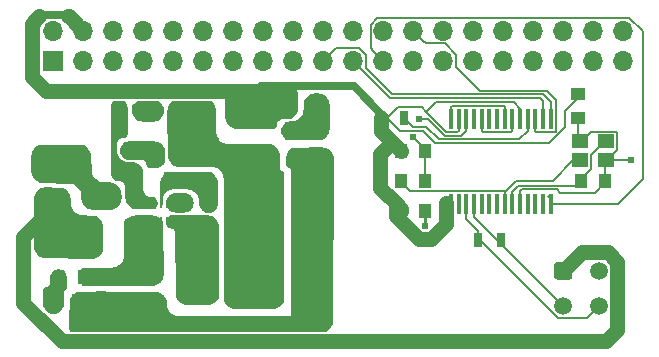
<source format=gtl>
G04 #@! TF.GenerationSoftware,KiCad,Pcbnew,(5.1.4-0-10_14)*
G04 #@! TF.CreationDate,2020-01-14T22:34:08-05:00*
G04 #@! TF.ProjectId,Charging_LCD_Display,43686172-6769-46e6-975f-4c43445f4469,rev?*
G04 #@! TF.SameCoordinates,Original*
G04 #@! TF.FileFunction,Copper,L1,Top*
G04 #@! TF.FilePolarity,Positive*
%FSLAX46Y46*%
G04 Gerber Fmt 4.6, Leading zero omitted, Abs format (unit mm)*
G04 Created by KiCad (PCBNEW (5.1.4-0-10_14)) date 2020-01-14 22:34:08*
%MOMM*%
%LPD*%
G04 APERTURE LIST*
%ADD10R,1.700000X1.700000*%
%ADD11O,1.700000X1.700000*%
%ADD12C,0.100000*%
%ADD13C,1.500000*%
%ADD14C,0.875000*%
%ADD15R,0.700000X1.300000*%
%ADD16R,1.200000X1.200000*%
%ADD17R,0.200000X0.700000*%
%ADD18R,3.200000X1.000000*%
%ADD19R,2.159000X1.778000*%
%ADD20R,1.981200X2.692400*%
%ADD21R,0.450000X1.750000*%
%ADD22R,1.250000X1.000000*%
%ADD23R,1.000000X1.250000*%
%ADD24R,1.400000X1.200000*%
%ADD25R,1.000000X1.600000*%
%ADD26C,1.125000*%
%ADD27R,1.300000X0.700000*%
%ADD28C,0.609600*%
%ADD29C,0.152400*%
%ADD30C,0.381000*%
%ADD31C,0.254000*%
%ADD32C,1.300000*%
%ADD33C,0.700000*%
G04 APERTURE END LIST*
D10*
X106680000Y-114046000D03*
D11*
X106680000Y-111506000D03*
X109220000Y-114046000D03*
X109220000Y-111506000D03*
X111760000Y-114046000D03*
X111760000Y-111506000D03*
X114300000Y-114046000D03*
X114300000Y-111506000D03*
X116840000Y-114046000D03*
X116840000Y-111506000D03*
X119380000Y-114046000D03*
X119380000Y-111506000D03*
X121920000Y-114046000D03*
X121920000Y-111506000D03*
X124460000Y-114046000D03*
X124460000Y-111506000D03*
X127000000Y-114046000D03*
X127000000Y-111506000D03*
X129540000Y-114046000D03*
X129540000Y-111506000D03*
X132080000Y-114046000D03*
X132080000Y-111506000D03*
X134620000Y-114046000D03*
X134620000Y-111506000D03*
X137160000Y-114046000D03*
X137160000Y-111506000D03*
X139700000Y-114046000D03*
X139700000Y-111506000D03*
X142240000Y-114046000D03*
X142240000Y-111506000D03*
X144780000Y-114046000D03*
X144780000Y-111506000D03*
X147320000Y-114046000D03*
X147320000Y-111506000D03*
X149860000Y-114046000D03*
X149860000Y-111506000D03*
X152400000Y-114046000D03*
X152400000Y-111506000D03*
X154940000Y-114046000D03*
X154940000Y-111506000D03*
D12*
G36*
X150384504Y-131077204D02*
G01*
X150408773Y-131080804D01*
X150432571Y-131086765D01*
X150455671Y-131095030D01*
X150477849Y-131105520D01*
X150498893Y-131118133D01*
X150518598Y-131132747D01*
X150536777Y-131149223D01*
X150553253Y-131167402D01*
X150567867Y-131187107D01*
X150580480Y-131208151D01*
X150590970Y-131230329D01*
X150599235Y-131253429D01*
X150605196Y-131277227D01*
X150608796Y-131301496D01*
X150610000Y-131326000D01*
X150610000Y-132326000D01*
X150608796Y-132350504D01*
X150605196Y-132374773D01*
X150599235Y-132398571D01*
X150590970Y-132421671D01*
X150580480Y-132443849D01*
X150567867Y-132464893D01*
X150553253Y-132484598D01*
X150536777Y-132502777D01*
X150518598Y-132519253D01*
X150498893Y-132533867D01*
X150477849Y-132546480D01*
X150455671Y-132556970D01*
X150432571Y-132565235D01*
X150408773Y-132571196D01*
X150384504Y-132574796D01*
X150360000Y-132576000D01*
X149360000Y-132576000D01*
X149335496Y-132574796D01*
X149311227Y-132571196D01*
X149287429Y-132565235D01*
X149264329Y-132556970D01*
X149242151Y-132546480D01*
X149221107Y-132533867D01*
X149201402Y-132519253D01*
X149183223Y-132502777D01*
X149166747Y-132484598D01*
X149152133Y-132464893D01*
X149139520Y-132443849D01*
X149129030Y-132421671D01*
X149120765Y-132398571D01*
X149114804Y-132374773D01*
X149111204Y-132350504D01*
X149110000Y-132326000D01*
X149110000Y-131326000D01*
X149111204Y-131301496D01*
X149114804Y-131277227D01*
X149120765Y-131253429D01*
X149129030Y-131230329D01*
X149139520Y-131208151D01*
X149152133Y-131187107D01*
X149166747Y-131167402D01*
X149183223Y-131149223D01*
X149201402Y-131132747D01*
X149221107Y-131118133D01*
X149242151Y-131105520D01*
X149264329Y-131095030D01*
X149287429Y-131086765D01*
X149311227Y-131080804D01*
X149335496Y-131077204D01*
X149360000Y-131076000D01*
X150360000Y-131076000D01*
X150384504Y-131077204D01*
X150384504Y-131077204D01*
G37*
D13*
X149860000Y-131826000D03*
X152860000Y-131826000D03*
X149860000Y-134826000D03*
X152860000Y-134826000D03*
D12*
G36*
X110996291Y-133510553D02*
G01*
X111017526Y-133513703D01*
X111038350Y-133518919D01*
X111058562Y-133526151D01*
X111077968Y-133535330D01*
X111096381Y-133546366D01*
X111113624Y-133559154D01*
X111129530Y-133573570D01*
X111143946Y-133589476D01*
X111156734Y-133606719D01*
X111167770Y-133625132D01*
X111176949Y-133644538D01*
X111184181Y-133664750D01*
X111189397Y-133685574D01*
X111192547Y-133706809D01*
X111193600Y-133728250D01*
X111193600Y-134165750D01*
X111192547Y-134187191D01*
X111189397Y-134208426D01*
X111184181Y-134229250D01*
X111176949Y-134249462D01*
X111167770Y-134268868D01*
X111156734Y-134287281D01*
X111143946Y-134304524D01*
X111129530Y-134320430D01*
X111113624Y-134334846D01*
X111096381Y-134347634D01*
X111077968Y-134358670D01*
X111058562Y-134367849D01*
X111038350Y-134375081D01*
X111017526Y-134380297D01*
X110996291Y-134383447D01*
X110974850Y-134384500D01*
X110462350Y-134384500D01*
X110440909Y-134383447D01*
X110419674Y-134380297D01*
X110398850Y-134375081D01*
X110378638Y-134367849D01*
X110359232Y-134358670D01*
X110340819Y-134347634D01*
X110323576Y-134334846D01*
X110307670Y-134320430D01*
X110293254Y-134304524D01*
X110280466Y-134287281D01*
X110269430Y-134268868D01*
X110260251Y-134249462D01*
X110253019Y-134229250D01*
X110247803Y-134208426D01*
X110244653Y-134187191D01*
X110243600Y-134165750D01*
X110243600Y-133728250D01*
X110244653Y-133706809D01*
X110247803Y-133685574D01*
X110253019Y-133664750D01*
X110260251Y-133644538D01*
X110269430Y-133625132D01*
X110280466Y-133606719D01*
X110293254Y-133589476D01*
X110307670Y-133573570D01*
X110323576Y-133559154D01*
X110340819Y-133546366D01*
X110359232Y-133535330D01*
X110378638Y-133526151D01*
X110398850Y-133518919D01*
X110419674Y-133513703D01*
X110440909Y-133510553D01*
X110462350Y-133509500D01*
X110974850Y-133509500D01*
X110996291Y-133510553D01*
X110996291Y-133510553D01*
G37*
D14*
X110718600Y-133947000D03*
D12*
G36*
X110996291Y-131935553D02*
G01*
X111017526Y-131938703D01*
X111038350Y-131943919D01*
X111058562Y-131951151D01*
X111077968Y-131960330D01*
X111096381Y-131971366D01*
X111113624Y-131984154D01*
X111129530Y-131998570D01*
X111143946Y-132014476D01*
X111156734Y-132031719D01*
X111167770Y-132050132D01*
X111176949Y-132069538D01*
X111184181Y-132089750D01*
X111189397Y-132110574D01*
X111192547Y-132131809D01*
X111193600Y-132153250D01*
X111193600Y-132590750D01*
X111192547Y-132612191D01*
X111189397Y-132633426D01*
X111184181Y-132654250D01*
X111176949Y-132674462D01*
X111167770Y-132693868D01*
X111156734Y-132712281D01*
X111143946Y-132729524D01*
X111129530Y-132745430D01*
X111113624Y-132759846D01*
X111096381Y-132772634D01*
X111077968Y-132783670D01*
X111058562Y-132792849D01*
X111038350Y-132800081D01*
X111017526Y-132805297D01*
X110996291Y-132808447D01*
X110974850Y-132809500D01*
X110462350Y-132809500D01*
X110440909Y-132808447D01*
X110419674Y-132805297D01*
X110398850Y-132800081D01*
X110378638Y-132792849D01*
X110359232Y-132783670D01*
X110340819Y-132772634D01*
X110323576Y-132759846D01*
X110307670Y-132745430D01*
X110293254Y-132729524D01*
X110280466Y-132712281D01*
X110269430Y-132693868D01*
X110260251Y-132674462D01*
X110253019Y-132654250D01*
X110247803Y-132633426D01*
X110244653Y-132612191D01*
X110243600Y-132590750D01*
X110243600Y-132153250D01*
X110244653Y-132131809D01*
X110247803Y-132110574D01*
X110253019Y-132089750D01*
X110260251Y-132069538D01*
X110269430Y-132050132D01*
X110280466Y-132031719D01*
X110293254Y-132014476D01*
X110307670Y-131998570D01*
X110323576Y-131984154D01*
X110340819Y-131971366D01*
X110359232Y-131960330D01*
X110378638Y-131951151D01*
X110398850Y-131943919D01*
X110419674Y-131938703D01*
X110440909Y-131935553D01*
X110462350Y-131934500D01*
X110974850Y-131934500D01*
X110996291Y-131935553D01*
X110996291Y-131935553D01*
G37*
D14*
X110718600Y-132372000D03*
D15*
X126786600Y-117919500D03*
X128686600Y-117919500D03*
D16*
X108897600Y-134429500D03*
X106697600Y-134429500D03*
D17*
X115798600Y-127635700D03*
X115298600Y-127635700D03*
X115798600Y-126135700D03*
X116298600Y-127635700D03*
X115298600Y-126135700D03*
X116298600Y-126135700D03*
D18*
X123926600Y-122797500D03*
X123926600Y-116597500D03*
D12*
G36*
X117181791Y-117699553D02*
G01*
X117203026Y-117702703D01*
X117223850Y-117707919D01*
X117244062Y-117715151D01*
X117263468Y-117724330D01*
X117281881Y-117735366D01*
X117299124Y-117748154D01*
X117315030Y-117762570D01*
X117329446Y-117778476D01*
X117342234Y-117795719D01*
X117353270Y-117814132D01*
X117362449Y-117833538D01*
X117369681Y-117853750D01*
X117374897Y-117874574D01*
X117378047Y-117895809D01*
X117379100Y-117917250D01*
X117379100Y-118429750D01*
X117378047Y-118451191D01*
X117374897Y-118472426D01*
X117369681Y-118493250D01*
X117362449Y-118513462D01*
X117353270Y-118532868D01*
X117342234Y-118551281D01*
X117329446Y-118568524D01*
X117315030Y-118584430D01*
X117299124Y-118598846D01*
X117281881Y-118611634D01*
X117263468Y-118622670D01*
X117244062Y-118631849D01*
X117223850Y-118639081D01*
X117203026Y-118644297D01*
X117181791Y-118647447D01*
X117160350Y-118648500D01*
X116722850Y-118648500D01*
X116701409Y-118647447D01*
X116680174Y-118644297D01*
X116659350Y-118639081D01*
X116639138Y-118631849D01*
X116619732Y-118622670D01*
X116601319Y-118611634D01*
X116584076Y-118598846D01*
X116568170Y-118584430D01*
X116553754Y-118568524D01*
X116540966Y-118551281D01*
X116529930Y-118532868D01*
X116520751Y-118513462D01*
X116513519Y-118493250D01*
X116508303Y-118472426D01*
X116505153Y-118451191D01*
X116504100Y-118429750D01*
X116504100Y-117917250D01*
X116505153Y-117895809D01*
X116508303Y-117874574D01*
X116513519Y-117853750D01*
X116520751Y-117833538D01*
X116529930Y-117814132D01*
X116540966Y-117795719D01*
X116553754Y-117778476D01*
X116568170Y-117762570D01*
X116584076Y-117748154D01*
X116601319Y-117735366D01*
X116619732Y-117724330D01*
X116639138Y-117715151D01*
X116659350Y-117707919D01*
X116680174Y-117702703D01*
X116701409Y-117699553D01*
X116722850Y-117698500D01*
X117160350Y-117698500D01*
X117181791Y-117699553D01*
X117181791Y-117699553D01*
G37*
D14*
X116941600Y-118173500D03*
D12*
G36*
X115606791Y-117699553D02*
G01*
X115628026Y-117702703D01*
X115648850Y-117707919D01*
X115669062Y-117715151D01*
X115688468Y-117724330D01*
X115706881Y-117735366D01*
X115724124Y-117748154D01*
X115740030Y-117762570D01*
X115754446Y-117778476D01*
X115767234Y-117795719D01*
X115778270Y-117814132D01*
X115787449Y-117833538D01*
X115794681Y-117853750D01*
X115799897Y-117874574D01*
X115803047Y-117895809D01*
X115804100Y-117917250D01*
X115804100Y-118429750D01*
X115803047Y-118451191D01*
X115799897Y-118472426D01*
X115794681Y-118493250D01*
X115787449Y-118513462D01*
X115778270Y-118532868D01*
X115767234Y-118551281D01*
X115754446Y-118568524D01*
X115740030Y-118584430D01*
X115724124Y-118598846D01*
X115706881Y-118611634D01*
X115688468Y-118622670D01*
X115669062Y-118631849D01*
X115648850Y-118639081D01*
X115628026Y-118644297D01*
X115606791Y-118647447D01*
X115585350Y-118648500D01*
X115147850Y-118648500D01*
X115126409Y-118647447D01*
X115105174Y-118644297D01*
X115084350Y-118639081D01*
X115064138Y-118631849D01*
X115044732Y-118622670D01*
X115026319Y-118611634D01*
X115009076Y-118598846D01*
X114993170Y-118584430D01*
X114978754Y-118568524D01*
X114965966Y-118551281D01*
X114954930Y-118532868D01*
X114945751Y-118513462D01*
X114938519Y-118493250D01*
X114933303Y-118472426D01*
X114930153Y-118451191D01*
X114929100Y-118429750D01*
X114929100Y-117917250D01*
X114930153Y-117895809D01*
X114933303Y-117874574D01*
X114938519Y-117853750D01*
X114945751Y-117833538D01*
X114954930Y-117814132D01*
X114965966Y-117795719D01*
X114978754Y-117778476D01*
X114993170Y-117762570D01*
X115009076Y-117748154D01*
X115026319Y-117735366D01*
X115044732Y-117724330D01*
X115064138Y-117715151D01*
X115084350Y-117707919D01*
X115105174Y-117702703D01*
X115126409Y-117699553D01*
X115147850Y-117698500D01*
X115585350Y-117698500D01*
X115606791Y-117699553D01*
X115606791Y-117699553D01*
G37*
D14*
X115366600Y-118173500D03*
D19*
X106527600Y-126809500D03*
X106527600Y-122745500D03*
D20*
X118338600Y-131889500D03*
X122402600Y-131889500D03*
D12*
G36*
X118108291Y-127160553D02*
G01*
X118129526Y-127163703D01*
X118150350Y-127168919D01*
X118170562Y-127176151D01*
X118189968Y-127185330D01*
X118208381Y-127196366D01*
X118225624Y-127209154D01*
X118241530Y-127223570D01*
X118255946Y-127239476D01*
X118268734Y-127256719D01*
X118279770Y-127275132D01*
X118288949Y-127294538D01*
X118296181Y-127314750D01*
X118301397Y-127335574D01*
X118304547Y-127356809D01*
X118305600Y-127378250D01*
X118305600Y-127815750D01*
X118304547Y-127837191D01*
X118301397Y-127858426D01*
X118296181Y-127879250D01*
X118288949Y-127899462D01*
X118279770Y-127918868D01*
X118268734Y-127937281D01*
X118255946Y-127954524D01*
X118241530Y-127970430D01*
X118225624Y-127984846D01*
X118208381Y-127997634D01*
X118189968Y-128008670D01*
X118170562Y-128017849D01*
X118150350Y-128025081D01*
X118129526Y-128030297D01*
X118108291Y-128033447D01*
X118086850Y-128034500D01*
X117574350Y-128034500D01*
X117552909Y-128033447D01*
X117531674Y-128030297D01*
X117510850Y-128025081D01*
X117490638Y-128017849D01*
X117471232Y-128008670D01*
X117452819Y-127997634D01*
X117435576Y-127984846D01*
X117419670Y-127970430D01*
X117405254Y-127954524D01*
X117392466Y-127937281D01*
X117381430Y-127918868D01*
X117372251Y-127899462D01*
X117365019Y-127879250D01*
X117359803Y-127858426D01*
X117356653Y-127837191D01*
X117355600Y-127815750D01*
X117355600Y-127378250D01*
X117356653Y-127356809D01*
X117359803Y-127335574D01*
X117365019Y-127314750D01*
X117372251Y-127294538D01*
X117381430Y-127275132D01*
X117392466Y-127256719D01*
X117405254Y-127239476D01*
X117419670Y-127223570D01*
X117435576Y-127209154D01*
X117452819Y-127196366D01*
X117471232Y-127185330D01*
X117490638Y-127176151D01*
X117510850Y-127168919D01*
X117531674Y-127163703D01*
X117552909Y-127160553D01*
X117574350Y-127159500D01*
X118086850Y-127159500D01*
X118108291Y-127160553D01*
X118108291Y-127160553D01*
G37*
D14*
X117830600Y-127597000D03*
D12*
G36*
X118108291Y-125585553D02*
G01*
X118129526Y-125588703D01*
X118150350Y-125593919D01*
X118170562Y-125601151D01*
X118189968Y-125610330D01*
X118208381Y-125621366D01*
X118225624Y-125634154D01*
X118241530Y-125648570D01*
X118255946Y-125664476D01*
X118268734Y-125681719D01*
X118279770Y-125700132D01*
X118288949Y-125719538D01*
X118296181Y-125739750D01*
X118301397Y-125760574D01*
X118304547Y-125781809D01*
X118305600Y-125803250D01*
X118305600Y-126240750D01*
X118304547Y-126262191D01*
X118301397Y-126283426D01*
X118296181Y-126304250D01*
X118288949Y-126324462D01*
X118279770Y-126343868D01*
X118268734Y-126362281D01*
X118255946Y-126379524D01*
X118241530Y-126395430D01*
X118225624Y-126409846D01*
X118208381Y-126422634D01*
X118189968Y-126433670D01*
X118170562Y-126442849D01*
X118150350Y-126450081D01*
X118129526Y-126455297D01*
X118108291Y-126458447D01*
X118086850Y-126459500D01*
X117574350Y-126459500D01*
X117552909Y-126458447D01*
X117531674Y-126455297D01*
X117510850Y-126450081D01*
X117490638Y-126442849D01*
X117471232Y-126433670D01*
X117452819Y-126422634D01*
X117435576Y-126409846D01*
X117419670Y-126395430D01*
X117405254Y-126379524D01*
X117392466Y-126362281D01*
X117381430Y-126343868D01*
X117372251Y-126324462D01*
X117365019Y-126304250D01*
X117359803Y-126283426D01*
X117356653Y-126262191D01*
X117355600Y-126240750D01*
X117355600Y-125803250D01*
X117356653Y-125781809D01*
X117359803Y-125760574D01*
X117365019Y-125739750D01*
X117372251Y-125719538D01*
X117381430Y-125700132D01*
X117392466Y-125681719D01*
X117405254Y-125664476D01*
X117419670Y-125648570D01*
X117435576Y-125634154D01*
X117452819Y-125621366D01*
X117471232Y-125610330D01*
X117490638Y-125601151D01*
X117510850Y-125593919D01*
X117531674Y-125588703D01*
X117552909Y-125585553D01*
X117574350Y-125584500D01*
X118086850Y-125584500D01*
X118108291Y-125585553D01*
X118108291Y-125585553D01*
G37*
D14*
X117830600Y-126022000D03*
D21*
X140345000Y-118951000D03*
X140995000Y-118951000D03*
X141645000Y-118951000D03*
X142295000Y-118951000D03*
X142945000Y-118951000D03*
X143595000Y-118951000D03*
X144245000Y-118951000D03*
X144895000Y-118951000D03*
X145545000Y-118951000D03*
X146195000Y-118951000D03*
X146845000Y-118951000D03*
X147495000Y-118951000D03*
X148145000Y-118951000D03*
X148795000Y-118951000D03*
X148795000Y-126151000D03*
X148145000Y-126151000D03*
X147495000Y-126151000D03*
X146845000Y-126151000D03*
X146195000Y-126151000D03*
X145545000Y-126151000D03*
X144895000Y-126151000D03*
X144245000Y-126151000D03*
X143595000Y-126151000D03*
X142945000Y-126151000D03*
X142295000Y-126151000D03*
X141645000Y-126151000D03*
X140995000Y-126151000D03*
X140345000Y-126151000D03*
D22*
X151130000Y-118856000D03*
X151130000Y-116856000D03*
D23*
X136160000Y-126746000D03*
X138160000Y-126746000D03*
X136160000Y-121666000D03*
X138160000Y-121666000D03*
X151400000Y-124206000D03*
X153400000Y-124206000D03*
X138160000Y-124206000D03*
X136160000Y-124206000D03*
D15*
X136357400Y-118872000D03*
X134457400Y-118872000D03*
X142661600Y-129209800D03*
X144561600Y-129209800D03*
D24*
X153500000Y-122466000D03*
X151300000Y-122466000D03*
X151300000Y-120866000D03*
X153500000Y-120866000D03*
D22*
X112623600Y-132159500D03*
X112623600Y-134159500D03*
X114528600Y-132159500D03*
X114528600Y-134159500D03*
D23*
X127720600Y-131381500D03*
X125720600Y-131381500D03*
D25*
X124736600Y-129095500D03*
X127736600Y-129095500D03*
D12*
G36*
X123650105Y-124094704D02*
G01*
X123674373Y-124098304D01*
X123698172Y-124104265D01*
X123721271Y-124112530D01*
X123743450Y-124123020D01*
X123764493Y-124135632D01*
X123784199Y-124150247D01*
X123802377Y-124166723D01*
X123818853Y-124184901D01*
X123833468Y-124204607D01*
X123846080Y-124225650D01*
X123856570Y-124247829D01*
X123864835Y-124270928D01*
X123870796Y-124294727D01*
X123874396Y-124318995D01*
X123875600Y-124343499D01*
X123875600Y-127243501D01*
X123874396Y-127268005D01*
X123870796Y-127292273D01*
X123864835Y-127316072D01*
X123856570Y-127339171D01*
X123846080Y-127361350D01*
X123833468Y-127382393D01*
X123818853Y-127402099D01*
X123802377Y-127420277D01*
X123784199Y-127436753D01*
X123764493Y-127451368D01*
X123743450Y-127463980D01*
X123721271Y-127474470D01*
X123698172Y-127482735D01*
X123674373Y-127488696D01*
X123650105Y-127492296D01*
X123625601Y-127493500D01*
X123000599Y-127493500D01*
X122976095Y-127492296D01*
X122951827Y-127488696D01*
X122928028Y-127482735D01*
X122904929Y-127474470D01*
X122882750Y-127463980D01*
X122861707Y-127451368D01*
X122842001Y-127436753D01*
X122823823Y-127420277D01*
X122807347Y-127402099D01*
X122792732Y-127382393D01*
X122780120Y-127361350D01*
X122769630Y-127339171D01*
X122761365Y-127316072D01*
X122755404Y-127292273D01*
X122751804Y-127268005D01*
X122750600Y-127243501D01*
X122750600Y-124343499D01*
X122751804Y-124318995D01*
X122755404Y-124294727D01*
X122761365Y-124270928D01*
X122769630Y-124247829D01*
X122780120Y-124225650D01*
X122792732Y-124204607D01*
X122807347Y-124184901D01*
X122823823Y-124166723D01*
X122842001Y-124150247D01*
X122861707Y-124135632D01*
X122882750Y-124123020D01*
X122904929Y-124112530D01*
X122928028Y-124104265D01*
X122951827Y-124098304D01*
X122976095Y-124094704D01*
X123000599Y-124093500D01*
X123625601Y-124093500D01*
X123650105Y-124094704D01*
X123650105Y-124094704D01*
G37*
D26*
X123313100Y-125793500D03*
D12*
G36*
X127925105Y-124094704D02*
G01*
X127949373Y-124098304D01*
X127973172Y-124104265D01*
X127996271Y-124112530D01*
X128018450Y-124123020D01*
X128039493Y-124135632D01*
X128059199Y-124150247D01*
X128077377Y-124166723D01*
X128093853Y-124184901D01*
X128108468Y-124204607D01*
X128121080Y-124225650D01*
X128131570Y-124247829D01*
X128139835Y-124270928D01*
X128145796Y-124294727D01*
X128149396Y-124318995D01*
X128150600Y-124343499D01*
X128150600Y-127243501D01*
X128149396Y-127268005D01*
X128145796Y-127292273D01*
X128139835Y-127316072D01*
X128131570Y-127339171D01*
X128121080Y-127361350D01*
X128108468Y-127382393D01*
X128093853Y-127402099D01*
X128077377Y-127420277D01*
X128059199Y-127436753D01*
X128039493Y-127451368D01*
X128018450Y-127463980D01*
X127996271Y-127474470D01*
X127973172Y-127482735D01*
X127949373Y-127488696D01*
X127925105Y-127492296D01*
X127900601Y-127493500D01*
X127275599Y-127493500D01*
X127251095Y-127492296D01*
X127226827Y-127488696D01*
X127203028Y-127482735D01*
X127179929Y-127474470D01*
X127157750Y-127463980D01*
X127136707Y-127451368D01*
X127117001Y-127436753D01*
X127098823Y-127420277D01*
X127082347Y-127402099D01*
X127067732Y-127382393D01*
X127055120Y-127361350D01*
X127044630Y-127339171D01*
X127036365Y-127316072D01*
X127030404Y-127292273D01*
X127026804Y-127268005D01*
X127025600Y-127243501D01*
X127025600Y-124343499D01*
X127026804Y-124318995D01*
X127030404Y-124294727D01*
X127036365Y-124270928D01*
X127044630Y-124247829D01*
X127055120Y-124225650D01*
X127067732Y-124204607D01*
X127082347Y-124184901D01*
X127098823Y-124166723D01*
X127117001Y-124150247D01*
X127136707Y-124135632D01*
X127157750Y-124123020D01*
X127179929Y-124112530D01*
X127203028Y-124104265D01*
X127226827Y-124098304D01*
X127251095Y-124094704D01*
X127275599Y-124093500D01*
X127900601Y-124093500D01*
X127925105Y-124094704D01*
X127925105Y-124094704D01*
G37*
D26*
X127588100Y-125793500D03*
D12*
G36*
X112457291Y-117699553D02*
G01*
X112478526Y-117702703D01*
X112499350Y-117707919D01*
X112519562Y-117715151D01*
X112538968Y-117724330D01*
X112557381Y-117735366D01*
X112574624Y-117748154D01*
X112590530Y-117762570D01*
X112604946Y-117778476D01*
X112617734Y-117795719D01*
X112628770Y-117814132D01*
X112637949Y-117833538D01*
X112645181Y-117853750D01*
X112650397Y-117874574D01*
X112653547Y-117895809D01*
X112654600Y-117917250D01*
X112654600Y-118429750D01*
X112653547Y-118451191D01*
X112650397Y-118472426D01*
X112645181Y-118493250D01*
X112637949Y-118513462D01*
X112628770Y-118532868D01*
X112617734Y-118551281D01*
X112604946Y-118568524D01*
X112590530Y-118584430D01*
X112574624Y-118598846D01*
X112557381Y-118611634D01*
X112538968Y-118622670D01*
X112519562Y-118631849D01*
X112499350Y-118639081D01*
X112478526Y-118644297D01*
X112457291Y-118647447D01*
X112435850Y-118648500D01*
X111998350Y-118648500D01*
X111976909Y-118647447D01*
X111955674Y-118644297D01*
X111934850Y-118639081D01*
X111914638Y-118631849D01*
X111895232Y-118622670D01*
X111876819Y-118611634D01*
X111859576Y-118598846D01*
X111843670Y-118584430D01*
X111829254Y-118568524D01*
X111816466Y-118551281D01*
X111805430Y-118532868D01*
X111796251Y-118513462D01*
X111789019Y-118493250D01*
X111783803Y-118472426D01*
X111780653Y-118451191D01*
X111779600Y-118429750D01*
X111779600Y-117917250D01*
X111780653Y-117895809D01*
X111783803Y-117874574D01*
X111789019Y-117853750D01*
X111796251Y-117833538D01*
X111805430Y-117814132D01*
X111816466Y-117795719D01*
X111829254Y-117778476D01*
X111843670Y-117762570D01*
X111859576Y-117748154D01*
X111876819Y-117735366D01*
X111895232Y-117724330D01*
X111914638Y-117715151D01*
X111934850Y-117707919D01*
X111955674Y-117702703D01*
X111976909Y-117699553D01*
X111998350Y-117698500D01*
X112435850Y-117698500D01*
X112457291Y-117699553D01*
X112457291Y-117699553D01*
G37*
D14*
X112217100Y-118173500D03*
D12*
G36*
X114032291Y-117699553D02*
G01*
X114053526Y-117702703D01*
X114074350Y-117707919D01*
X114094562Y-117715151D01*
X114113968Y-117724330D01*
X114132381Y-117735366D01*
X114149624Y-117748154D01*
X114165530Y-117762570D01*
X114179946Y-117778476D01*
X114192734Y-117795719D01*
X114203770Y-117814132D01*
X114212949Y-117833538D01*
X114220181Y-117853750D01*
X114225397Y-117874574D01*
X114228547Y-117895809D01*
X114229600Y-117917250D01*
X114229600Y-118429750D01*
X114228547Y-118451191D01*
X114225397Y-118472426D01*
X114220181Y-118493250D01*
X114212949Y-118513462D01*
X114203770Y-118532868D01*
X114192734Y-118551281D01*
X114179946Y-118568524D01*
X114165530Y-118584430D01*
X114149624Y-118598846D01*
X114132381Y-118611634D01*
X114113968Y-118622670D01*
X114094562Y-118631849D01*
X114074350Y-118639081D01*
X114053526Y-118644297D01*
X114032291Y-118647447D01*
X114010850Y-118648500D01*
X113573350Y-118648500D01*
X113551909Y-118647447D01*
X113530674Y-118644297D01*
X113509850Y-118639081D01*
X113489638Y-118631849D01*
X113470232Y-118622670D01*
X113451819Y-118611634D01*
X113434576Y-118598846D01*
X113418670Y-118584430D01*
X113404254Y-118568524D01*
X113391466Y-118551281D01*
X113380430Y-118532868D01*
X113371251Y-118513462D01*
X113364019Y-118493250D01*
X113358803Y-118472426D01*
X113355653Y-118451191D01*
X113354600Y-118429750D01*
X113354600Y-117917250D01*
X113355653Y-117895809D01*
X113358803Y-117874574D01*
X113364019Y-117853750D01*
X113371251Y-117833538D01*
X113380430Y-117814132D01*
X113391466Y-117795719D01*
X113404254Y-117778476D01*
X113418670Y-117762570D01*
X113434576Y-117748154D01*
X113451819Y-117735366D01*
X113470232Y-117724330D01*
X113489638Y-117715151D01*
X113509850Y-117707919D01*
X113530674Y-117702703D01*
X113551909Y-117699553D01*
X113573350Y-117698500D01*
X114010850Y-117698500D01*
X114032291Y-117699553D01*
X114032291Y-117699553D01*
G37*
D14*
X113792100Y-118173500D03*
D16*
X127215900Y-119994500D03*
X127215900Y-122194500D03*
D12*
G36*
X113595605Y-127396704D02*
G01*
X113619873Y-127400304D01*
X113643672Y-127406265D01*
X113666771Y-127414530D01*
X113688950Y-127425020D01*
X113709993Y-127437632D01*
X113729699Y-127452247D01*
X113747877Y-127468723D01*
X113764353Y-127486901D01*
X113778968Y-127506607D01*
X113791580Y-127527650D01*
X113802070Y-127549829D01*
X113810335Y-127572928D01*
X113816296Y-127596727D01*
X113819896Y-127620995D01*
X113821100Y-127645499D01*
X113821100Y-130545501D01*
X113819896Y-130570005D01*
X113816296Y-130594273D01*
X113810335Y-130618072D01*
X113802070Y-130641171D01*
X113791580Y-130663350D01*
X113778968Y-130684393D01*
X113764353Y-130704099D01*
X113747877Y-130722277D01*
X113729699Y-130738753D01*
X113709993Y-130753368D01*
X113688950Y-130765980D01*
X113666771Y-130776470D01*
X113643672Y-130784735D01*
X113619873Y-130790696D01*
X113595605Y-130794296D01*
X113571101Y-130795500D01*
X112946099Y-130795500D01*
X112921595Y-130794296D01*
X112897327Y-130790696D01*
X112873528Y-130784735D01*
X112850429Y-130776470D01*
X112828250Y-130765980D01*
X112807207Y-130753368D01*
X112787501Y-130738753D01*
X112769323Y-130722277D01*
X112752847Y-130704099D01*
X112738232Y-130684393D01*
X112725620Y-130663350D01*
X112715130Y-130641171D01*
X112706865Y-130618072D01*
X112700904Y-130594273D01*
X112697304Y-130570005D01*
X112696100Y-130545501D01*
X112696100Y-127645499D01*
X112697304Y-127620995D01*
X112700904Y-127596727D01*
X112706865Y-127572928D01*
X112715130Y-127549829D01*
X112725620Y-127527650D01*
X112738232Y-127506607D01*
X112752847Y-127486901D01*
X112769323Y-127468723D01*
X112787501Y-127452247D01*
X112807207Y-127437632D01*
X112828250Y-127425020D01*
X112850429Y-127414530D01*
X112873528Y-127406265D01*
X112897327Y-127400304D01*
X112921595Y-127396704D01*
X112946099Y-127395500D01*
X113571101Y-127395500D01*
X113595605Y-127396704D01*
X113595605Y-127396704D01*
G37*
D26*
X113258600Y-129095500D03*
D12*
G36*
X109320605Y-127396704D02*
G01*
X109344873Y-127400304D01*
X109368672Y-127406265D01*
X109391771Y-127414530D01*
X109413950Y-127425020D01*
X109434993Y-127437632D01*
X109454699Y-127452247D01*
X109472877Y-127468723D01*
X109489353Y-127486901D01*
X109503968Y-127506607D01*
X109516580Y-127527650D01*
X109527070Y-127549829D01*
X109535335Y-127572928D01*
X109541296Y-127596727D01*
X109544896Y-127620995D01*
X109546100Y-127645499D01*
X109546100Y-130545501D01*
X109544896Y-130570005D01*
X109541296Y-130594273D01*
X109535335Y-130618072D01*
X109527070Y-130641171D01*
X109516580Y-130663350D01*
X109503968Y-130684393D01*
X109489353Y-130704099D01*
X109472877Y-130722277D01*
X109454699Y-130738753D01*
X109434993Y-130753368D01*
X109413950Y-130765980D01*
X109391771Y-130776470D01*
X109368672Y-130784735D01*
X109344873Y-130790696D01*
X109320605Y-130794296D01*
X109296101Y-130795500D01*
X108671099Y-130795500D01*
X108646595Y-130794296D01*
X108622327Y-130790696D01*
X108598528Y-130784735D01*
X108575429Y-130776470D01*
X108553250Y-130765980D01*
X108532207Y-130753368D01*
X108512501Y-130738753D01*
X108494323Y-130722277D01*
X108477847Y-130704099D01*
X108463232Y-130684393D01*
X108450620Y-130663350D01*
X108440130Y-130641171D01*
X108431865Y-130618072D01*
X108425904Y-130594273D01*
X108422304Y-130570005D01*
X108421100Y-130545501D01*
X108421100Y-127645499D01*
X108422304Y-127620995D01*
X108425904Y-127596727D01*
X108431865Y-127572928D01*
X108440130Y-127549829D01*
X108450620Y-127527650D01*
X108463232Y-127506607D01*
X108477847Y-127486901D01*
X108494323Y-127468723D01*
X108512501Y-127452247D01*
X108532207Y-127437632D01*
X108553250Y-127425020D01*
X108575429Y-127414530D01*
X108598528Y-127406265D01*
X108622327Y-127400304D01*
X108646595Y-127396704D01*
X108671099Y-127395500D01*
X109296101Y-127395500D01*
X109320605Y-127396704D01*
X109320605Y-127396704D01*
G37*
D26*
X108983600Y-129095500D03*
D15*
X113446600Y-125285500D03*
X111546600Y-125285500D03*
D27*
X113398300Y-121579600D03*
X113398300Y-123479600D03*
D15*
X115356600Y-121983500D03*
X117256600Y-121983500D03*
X109128600Y-132397500D03*
X107228600Y-132397500D03*
D28*
X129527300Y-129336800D03*
X129514600Y-130365500D03*
X129527300Y-131343400D03*
X129514600Y-132372100D03*
X129578100Y-133565900D03*
X123177300Y-136474200D03*
X125056900Y-136486900D03*
X128409700Y-134226300D03*
X119862600Y-123761500D03*
X119862600Y-124650500D03*
X119862600Y-126428500D03*
X118973600Y-123761500D03*
X118084600Y-123761500D03*
X117195600Y-123761500D03*
X118071900Y-136588500D03*
X119710200Y-136652000D03*
X121500900Y-136601200D03*
X129070100Y-135813800D03*
X126631700Y-136486900D03*
X110439200Y-136537700D03*
X111912400Y-136512300D03*
X113334800Y-136461500D03*
X114858800Y-136486900D03*
X129489200Y-134734300D03*
X128384300Y-136639300D03*
X116306600Y-123761500D03*
X128422400Y-132981700D03*
X108915200Y-136486900D03*
X129514600Y-124015500D03*
X129514600Y-125031500D03*
X129514600Y-126047500D03*
X129489200Y-127266700D03*
X129514600Y-128270000D03*
X116370100Y-136537700D03*
X119862600Y-125539500D03*
X137163292Y-120497621D03*
X137668000Y-118948200D03*
X155575000Y-122453400D03*
X138163300Y-128054100D03*
X109245400Y-123634500D03*
X109258100Y-122732800D03*
X109296200Y-121780300D03*
D29*
X129514600Y-125285500D02*
X129514600Y-125031500D01*
X117322600Y-123761500D02*
X117195600Y-123761500D01*
X118211600Y-123761500D02*
X118084600Y-123761500D01*
X151130000Y-120696000D02*
X151300000Y-120866000D01*
X151130000Y-118856000D02*
X151130000Y-120696000D01*
X153400000Y-122566000D02*
X153500000Y-122466000D01*
X153400000Y-124206000D02*
X153400000Y-122566000D01*
X151400000Y-120866000D02*
X151300000Y-120866000D01*
X152228601Y-120037399D02*
X151400000Y-120866000D01*
X154382881Y-120037399D02*
X152228601Y-120037399D01*
X154428601Y-120083119D02*
X154382881Y-120037399D01*
X154428601Y-121637399D02*
X154428601Y-120083119D01*
X153600000Y-122466000D02*
X154428601Y-121637399D01*
X138160000Y-124206000D02*
X138160000Y-124081000D01*
X138160000Y-124206000D02*
X138160000Y-121666000D01*
X138160000Y-126871000D02*
X138543601Y-127254601D01*
X151130000Y-118856000D02*
X151005000Y-118856000D01*
X151255000Y-118856000D02*
X151130000Y-118856000D01*
X153600000Y-122466000D02*
X153500000Y-122466000D01*
X138160000Y-126746000D02*
X138160000Y-126871000D01*
X151130000Y-118856000D02*
X151130000Y-119508400D01*
D30*
X111546600Y-125285500D02*
X111546600Y-124985500D01*
D29*
X149606000Y-125222000D02*
X152509000Y-125222000D01*
X146223600Y-125048400D02*
X146329400Y-124942600D01*
X146329400Y-124942600D02*
X149326600Y-124942600D01*
X153400000Y-124331000D02*
X153400000Y-124206000D01*
X152509000Y-125222000D02*
X153400000Y-124331000D01*
X146195000Y-125123600D02*
X146223600Y-125095000D01*
X149326600Y-124942600D02*
X149606000Y-125222000D01*
X146223600Y-125095000D02*
X146223600Y-125048400D01*
X146195000Y-126151000D02*
X146195000Y-125123600D01*
X137163292Y-120544292D02*
X137163292Y-120497621D01*
X138160000Y-121666000D02*
X138160000Y-121541000D01*
X138160000Y-121541000D02*
X137163292Y-120544292D01*
X138379201Y-118948200D02*
X137668000Y-118948200D01*
X141227401Y-120395999D02*
X139827000Y-120395999D01*
X139827000Y-120395999D02*
X138379201Y-118948200D01*
X141645000Y-119978400D02*
X141227401Y-120395999D01*
X141645000Y-118951000D02*
X141645000Y-119978400D01*
X153612600Y-122453400D02*
X155575000Y-122453400D01*
X153600000Y-122466000D02*
X153612600Y-122453400D01*
D31*
X138160000Y-128050800D02*
X138163300Y-128054100D01*
X138160000Y-126746000D02*
X138160000Y-128050800D01*
X115798600Y-124269500D02*
X116306600Y-123761500D01*
X115798600Y-126135700D02*
X115798600Y-124269500D01*
D29*
X136210000Y-121616000D02*
X136160000Y-121666000D01*
D31*
X123926600Y-117351500D02*
X123926600Y-116597500D01*
X124494600Y-117919500D02*
X123926600Y-117351500D01*
X126786600Y-117919500D02*
X124494600Y-117919500D01*
X122072600Y-116597500D02*
X123926600Y-116597500D01*
D29*
X140995000Y-118951000D02*
X140995000Y-119978400D01*
X140995000Y-119978400D02*
X140882210Y-120091190D01*
X140882210Y-120091190D02*
X139953257Y-120091190D01*
X137855466Y-117993399D02*
X135838401Y-117993399D01*
X135838401Y-117993399D02*
X134959800Y-118872000D01*
X134457400Y-118872000D02*
X134959800Y-118872000D01*
X139036093Y-121005611D02*
X148682937Y-121005611D01*
X148682937Y-121005611D02*
X150013601Y-119674947D01*
X137994693Y-119964211D02*
X139036093Y-121005611D01*
X150013601Y-119674947D02*
X150013601Y-118337399D01*
X136052011Y-119964211D02*
X137994693Y-119964211D01*
X151130000Y-117221000D02*
X151130000Y-116856000D01*
X150013601Y-118337399D02*
X151130000Y-117221000D01*
X134959800Y-118872000D02*
X136052011Y-119964211D01*
D31*
X125780600Y-116597500D02*
X123926600Y-116597500D01*
D29*
X139086311Y-117542589D02*
X138245484Y-118383416D01*
X145648071Y-117542589D02*
X139086311Y-117542589D01*
X146195000Y-118089518D02*
X145648071Y-117542589D01*
X146195000Y-118951000D02*
X146195000Y-118089518D01*
X139953257Y-120091190D02*
X138245484Y-118383416D01*
X138245484Y-118383416D02*
X137855466Y-117993399D01*
D32*
X106087178Y-116597500D02*
X104902000Y-115412322D01*
X123926600Y-116597500D02*
X106087178Y-116597500D01*
X105027599Y-110770801D02*
X105027599Y-110712847D01*
X104902000Y-110896400D02*
X105027599Y-110770801D01*
X104902000Y-115412322D02*
X104902000Y-110896400D01*
X105027599Y-110712847D02*
X105448036Y-110292410D01*
X109220000Y-111506000D02*
X108006410Y-110292410D01*
X108006410Y-110292410D02*
X107911964Y-110292410D01*
X134457400Y-118872000D02*
X134457400Y-119963400D01*
X136160000Y-126621000D02*
X136160000Y-126746000D01*
X134360000Y-121938700D02*
X134360000Y-124821000D01*
X135396350Y-120902350D02*
X134360000Y-121938700D01*
X135396350Y-120902350D02*
X136160000Y-121666000D01*
X134457400Y-119963400D02*
X135396350Y-120902350D01*
X139967599Y-126098300D02*
X139967599Y-126151000D01*
X139967599Y-127888459D02*
X139967599Y-126098300D01*
X137631843Y-129161301D02*
X138694757Y-129161301D01*
X134360000Y-124821000D02*
X135655700Y-126116700D01*
X138694757Y-129161301D02*
X139967599Y-127888459D01*
X135655700Y-127185158D02*
X137631843Y-129161301D01*
X135655700Y-126116700D02*
X135655700Y-127185158D01*
X135655700Y-126116700D02*
X136160000Y-126621000D01*
D33*
X105586847Y-110153599D02*
X105448036Y-110292410D01*
X107867599Y-110153599D02*
X105586847Y-110153599D01*
X108006410Y-110292410D02*
X107867599Y-110153599D01*
X132103100Y-116217700D02*
X134457400Y-118572000D01*
X134457400Y-118572000D02*
X134457400Y-118872000D01*
X124306400Y-116217700D02*
X132103100Y-116217700D01*
X123926600Y-116597500D02*
X124306400Y-116217700D01*
D29*
X117793100Y-127559500D02*
X117830600Y-127597000D01*
D31*
X117791900Y-127635700D02*
X117830600Y-127597000D01*
X116298600Y-127635700D02*
X117791900Y-127635700D01*
D30*
X108000800Y-126809500D02*
X106527600Y-126809500D01*
X108321100Y-129095500D02*
X108983600Y-129095500D01*
X106527600Y-128079500D02*
X107543600Y-129095500D01*
X107543600Y-129095500D02*
X108321100Y-129095500D01*
X106527600Y-126809500D02*
X106527600Y-128079500D01*
D33*
X106527600Y-126809500D02*
X106527600Y-128398500D01*
D32*
X150607487Y-131078513D02*
X149860000Y-131826000D01*
X151412401Y-130273599D02*
X150607487Y-131078513D01*
X153605153Y-130273599D02*
X151412401Y-130273599D01*
X154412401Y-131080847D02*
X153605153Y-130273599D01*
X154412401Y-136849399D02*
X154412401Y-131080847D01*
X153502599Y-137759201D02*
X154412401Y-136849399D01*
X107382979Y-137759201D02*
X153502599Y-137759201D01*
X104148100Y-134524322D02*
X107382979Y-137759201D01*
X104148100Y-128998500D02*
X104148100Y-134524322D01*
X106337100Y-126809500D02*
X104148100Y-128998500D01*
X106527600Y-126809500D02*
X106337100Y-126809500D01*
D29*
X142295000Y-127178400D02*
X142295000Y-126151000D01*
X142295000Y-127178400D02*
X142295000Y-127261000D01*
X145502500Y-130468500D02*
X145420000Y-130386000D01*
X149860000Y-134826000D02*
X145502500Y-130468500D01*
X144561600Y-129524800D02*
X145502500Y-130465700D01*
X145502500Y-130465700D02*
X145502500Y-130468500D01*
X144561600Y-129209800D02*
X144561600Y-129524800D01*
X144246600Y-129209800D02*
X144561600Y-129209800D01*
X142295000Y-127258200D02*
X144246600Y-129209800D01*
X142295000Y-127178400D02*
X142295000Y-127258200D01*
X141645000Y-127421000D02*
X141645000Y-126151000D01*
X142235056Y-128011056D02*
X141645000Y-127421000D01*
X149390271Y-135804601D02*
X148412200Y-134826530D01*
X151881399Y-135804601D02*
X149390271Y-135804601D01*
X142240000Y-128016000D02*
X142244944Y-128011056D01*
X152860000Y-134826000D02*
X151881399Y-135804601D01*
X148412200Y-134823200D02*
X148412200Y-134826530D01*
X142798800Y-129209800D02*
X148412200Y-134823200D01*
X142661600Y-129209800D02*
X142798800Y-129209800D01*
X142244944Y-128020944D02*
X142661600Y-128437600D01*
X142661600Y-128437600D02*
X142661600Y-129209800D01*
X142244944Y-128011056D02*
X142244944Y-128020944D01*
X139319000Y-120700800D02*
X146122600Y-120700800D01*
X138277600Y-119659400D02*
X139319000Y-120700800D01*
X146845000Y-119978400D02*
X146845000Y-118951000D01*
X146122600Y-120700800D02*
X146845000Y-119978400D01*
X136372600Y-118872000D02*
X137160000Y-119659400D01*
X137160000Y-119659400D02*
X138277600Y-119659400D01*
X136357400Y-118872000D02*
X136372600Y-118872000D01*
X130618601Y-112967399D02*
X130389999Y-113196001D01*
X130389999Y-113196001D02*
X129540000Y-114046000D01*
X133158601Y-113528271D02*
X132597729Y-112967399D01*
X148795000Y-118951000D02*
X148795000Y-117578400D01*
X148795000Y-117578400D02*
X148107410Y-116890810D01*
X133158601Y-114667401D02*
X133158601Y-113528271D01*
X148107410Y-116890810D02*
X135382010Y-116890810D01*
X132597729Y-112967399D02*
X130618601Y-112967399D01*
X135382010Y-116890810D02*
X133158601Y-114667401D01*
X148145000Y-117487200D02*
X148145000Y-117923600D01*
X148145000Y-117923600D02*
X148145000Y-118951000D01*
X147853420Y-117195620D02*
X148145000Y-117487200D01*
X135229620Y-117195620D02*
X147853420Y-117195620D01*
X132080000Y-114046000D02*
X135229620Y-117195620D01*
X148795000Y-125681000D02*
X148598601Y-125484601D01*
X148795000Y-126151000D02*
X148795000Y-125681000D01*
X133541399Y-112967399D02*
X133770001Y-113196001D01*
X133541399Y-110988271D02*
X133541399Y-112967399D01*
X133770001Y-113196001D02*
X134620000Y-114046000D01*
X134102271Y-110427399D02*
X133541399Y-110988271D01*
X155457729Y-110427399D02*
X134102271Y-110427399D01*
X156591000Y-111560670D02*
X155457729Y-110427399D01*
X156591000Y-124079000D02*
X156591000Y-111560670D01*
X154519000Y-126151000D02*
X156591000Y-124079000D01*
X148795000Y-126151000D02*
X154519000Y-126151000D01*
X138009999Y-112355999D02*
X137160000Y-111506000D01*
X138238601Y-112584601D02*
X138009999Y-112355999D01*
X140778601Y-114563729D02*
X140778601Y-113528271D01*
X139834931Y-112584601D02*
X138238601Y-112584601D01*
X148463000Y-116586000D02*
X142800872Y-116586000D01*
X142800872Y-116586000D02*
X140778601Y-114563729D01*
X147495000Y-118951000D02*
X147495000Y-119978400D01*
X140778601Y-113528271D02*
X139834931Y-112584601D01*
X149248601Y-117371601D02*
X148463000Y-116586000D01*
X149248601Y-120008881D02*
X149248601Y-117371601D01*
X149202881Y-120054601D02*
X149248601Y-120008881D01*
X147571201Y-120054601D02*
X149202881Y-120054601D01*
X147495000Y-119978400D02*
X147571201Y-120054601D01*
D30*
X110693100Y-132397500D02*
X110718600Y-132372000D01*
X109128600Y-132397500D02*
X110693100Y-132397500D01*
X112411100Y-132372000D02*
X112623600Y-132159500D01*
X110718600Y-132372000D02*
X112411100Y-132372000D01*
X112623600Y-132159500D02*
X114528600Y-132159500D01*
X114528600Y-132159500D02*
X113922300Y-132159500D01*
X112623600Y-132159500D02*
X112760000Y-132159500D01*
X113258600Y-131660900D02*
X113258600Y-129095500D01*
X112760000Y-132159500D02*
X113258600Y-131660900D01*
D31*
X114088800Y-129095500D02*
X113921100Y-129095500D01*
X115298600Y-127885700D02*
X114088800Y-129095500D01*
X115298600Y-127635700D02*
X115298600Y-127885700D01*
X113921100Y-129095500D02*
X113258600Y-129095500D01*
X114088800Y-129095500D02*
X115252500Y-129095500D01*
X115798600Y-128549400D02*
X115798600Y-127635700D01*
X115252500Y-129095500D02*
X115798600Y-128549400D01*
D29*
X117793100Y-126059500D02*
X117830600Y-126022000D01*
D31*
X117716900Y-126135700D02*
X117830600Y-126022000D01*
X116298600Y-126135700D02*
X117716900Y-126135700D01*
X115298600Y-125953900D02*
X115298600Y-126135700D01*
X115023900Y-125679200D02*
X115298600Y-125953900D01*
X113840300Y-125679200D02*
X115023900Y-125679200D01*
X113446600Y-125285500D02*
X113840300Y-125679200D01*
D29*
X152228601Y-123252399D02*
X151400000Y-124081000D01*
X153400000Y-120866000D02*
X152228601Y-122037399D01*
X151400000Y-124081000D02*
X151400000Y-124206000D01*
X152228601Y-122037399D02*
X152228601Y-123252399D01*
X153500000Y-120866000D02*
X153400000Y-120866000D01*
X145545000Y-125123600D02*
X145545000Y-126151000D01*
X146056200Y-124612400D02*
X145545000Y-125123600D01*
X150993600Y-124612400D02*
X146056200Y-124612400D01*
X151400000Y-124206000D02*
X150993600Y-124612400D01*
X144895000Y-125123600D02*
X144895000Y-126151000D01*
X144818799Y-125047399D02*
X144895000Y-125123600D01*
X138855083Y-125047399D02*
X144818799Y-125047399D01*
X138842881Y-125059601D02*
X138855083Y-125047399D01*
X136888601Y-125059601D02*
X138842881Y-125059601D01*
X136160000Y-124331000D02*
X136888601Y-125059601D01*
X136160000Y-124206000D02*
X136160000Y-124331000D01*
X144903800Y-125123600D02*
X144895000Y-125123600D01*
X145821400Y-124206000D02*
X144903800Y-125123600D01*
X148971000Y-124206000D02*
X145821400Y-124206000D01*
X150711000Y-122466000D02*
X148971000Y-124206000D01*
X151300000Y-122466000D02*
X150711000Y-122466000D01*
X140345000Y-117923600D02*
X140345000Y-118951000D01*
X140421201Y-117847399D02*
X140345000Y-117923600D01*
X144818799Y-117847399D02*
X140421201Y-117847399D01*
X144895000Y-117923600D02*
X144818799Y-117847399D01*
X144895000Y-118951000D02*
X144895000Y-117923600D01*
X145468799Y-120054601D02*
X145545000Y-119978400D01*
X142945000Y-119978400D02*
X143021201Y-120054601D01*
X145545000Y-119978400D02*
X145545000Y-118951000D01*
X143021201Y-120054601D02*
X145468799Y-120054601D01*
X142945000Y-118951000D02*
X142945000Y-119978400D01*
X142945000Y-126151000D02*
X142945000Y-126181000D01*
D31*
G36*
X126343019Y-116089808D02*
G01*
X126518518Y-116108298D01*
X126681125Y-116158672D01*
X126830856Y-116239666D01*
X126962005Y-116348195D01*
X127069582Y-116480128D01*
X127149488Y-116630440D01*
X127198683Y-116793408D01*
X127215900Y-116969039D01*
X127215900Y-118080620D01*
X127196002Y-118256823D01*
X127139688Y-118417362D01*
X127048990Y-118561300D01*
X126928477Y-118681384D01*
X126784215Y-118771568D01*
X126623480Y-118827305D01*
X126447202Y-118846575D01*
X125973782Y-118844885D01*
X125953280Y-118846476D01*
X125829477Y-118866268D01*
X125805397Y-118872589D01*
X125790572Y-118879189D01*
X125679524Y-118937389D01*
X125658711Y-118951052D01*
X125646762Y-118962029D01*
X125560038Y-119052572D01*
X125544662Y-119072152D01*
X125536831Y-119086366D01*
X125483469Y-119199819D01*
X125475132Y-119223278D01*
X125472237Y-119239243D01*
X125457795Y-119363784D01*
X125457790Y-119363829D01*
X125445752Y-119467964D01*
X125410038Y-119544107D01*
X125351971Y-119604949D01*
X125277575Y-119644176D01*
X125184276Y-119659400D01*
X122215034Y-119659400D01*
X122038611Y-119642024D01*
X121874950Y-119592378D01*
X121724128Y-119511762D01*
X121591930Y-119403270D01*
X121483438Y-119271072D01*
X121402822Y-119120250D01*
X121353176Y-118956589D01*
X121335800Y-118780166D01*
X121335800Y-116939142D01*
X121353338Y-116761903D01*
X121403431Y-116597569D01*
X121484762Y-116446235D01*
X121594171Y-116313779D01*
X121727425Y-116205325D01*
X121879340Y-116125096D01*
X122044034Y-116076193D01*
X122221389Y-116059941D01*
X126343019Y-116089808D01*
X126343019Y-116089808D01*
G37*
X126343019Y-116089808D02*
X126518518Y-116108298D01*
X126681125Y-116158672D01*
X126830856Y-116239666D01*
X126962005Y-116348195D01*
X127069582Y-116480128D01*
X127149488Y-116630440D01*
X127198683Y-116793408D01*
X127215900Y-116969039D01*
X127215900Y-118080620D01*
X127196002Y-118256823D01*
X127139688Y-118417362D01*
X127048990Y-118561300D01*
X126928477Y-118681384D01*
X126784215Y-118771568D01*
X126623480Y-118827305D01*
X126447202Y-118846575D01*
X125973782Y-118844885D01*
X125953280Y-118846476D01*
X125829477Y-118866268D01*
X125805397Y-118872589D01*
X125790572Y-118879189D01*
X125679524Y-118937389D01*
X125658711Y-118951052D01*
X125646762Y-118962029D01*
X125560038Y-119052572D01*
X125544662Y-119072152D01*
X125536831Y-119086366D01*
X125483469Y-119199819D01*
X125475132Y-119223278D01*
X125472237Y-119239243D01*
X125457795Y-119363784D01*
X125457790Y-119363829D01*
X125445752Y-119467964D01*
X125410038Y-119544107D01*
X125351971Y-119604949D01*
X125277575Y-119644176D01*
X125184276Y-119659400D01*
X122215034Y-119659400D01*
X122038611Y-119642024D01*
X121874950Y-119592378D01*
X121724128Y-119511762D01*
X121591930Y-119403270D01*
X121483438Y-119271072D01*
X121402822Y-119120250D01*
X121353176Y-118956589D01*
X121335800Y-118780166D01*
X121335800Y-116939142D01*
X121353338Y-116761903D01*
X121403431Y-116597569D01*
X121484762Y-116446235D01*
X121594171Y-116313779D01*
X121727425Y-116205325D01*
X121879340Y-116125096D01*
X122044034Y-116076193D01*
X122221389Y-116059941D01*
X126343019Y-116089808D01*
G36*
X129205489Y-116920876D02*
G01*
X129369150Y-116970522D01*
X129519972Y-117051138D01*
X129652170Y-117159630D01*
X129760662Y-117291828D01*
X129841278Y-117442650D01*
X129890924Y-117606311D01*
X129908300Y-117782734D01*
X129908300Y-119745366D01*
X129890924Y-119921789D01*
X129841278Y-120085450D01*
X129760662Y-120236272D01*
X129652170Y-120368470D01*
X129519972Y-120476962D01*
X129369150Y-120557578D01*
X129205489Y-120607224D01*
X129029066Y-120624600D01*
X126708679Y-120624600D01*
X126553363Y-120607100D01*
X126412608Y-120557848D01*
X126286342Y-120478510D01*
X126180890Y-120373058D01*
X126101552Y-120246792D01*
X126052300Y-120106037D01*
X126035580Y-119957644D01*
X126052179Y-119805841D01*
X126101256Y-119661019D01*
X126180470Y-119530227D01*
X126286083Y-119419640D01*
X126413093Y-119334492D01*
X126555506Y-119278803D01*
X126713466Y-119254132D01*
X126890046Y-119246000D01*
X126902092Y-119244868D01*
X127090503Y-119218063D01*
X127113998Y-119212397D01*
X127293920Y-119150384D01*
X127315917Y-119140370D01*
X127480832Y-119045395D01*
X127500534Y-119031395D01*
X127644471Y-118906897D01*
X127661163Y-118889418D01*
X127778907Y-118739907D01*
X127791986Y-118719583D01*
X127879274Y-118550473D01*
X127888266Y-118528038D01*
X127941936Y-118345454D01*
X127946515Y-118321723D01*
X127964624Y-118132278D01*
X127965200Y-118120193D01*
X127965200Y-117782734D01*
X127982576Y-117606311D01*
X128032222Y-117442650D01*
X128112838Y-117291828D01*
X128221330Y-117159630D01*
X128353528Y-117051138D01*
X128504350Y-116970522D01*
X128668011Y-116920876D01*
X128844434Y-116903500D01*
X129029066Y-116903500D01*
X129205489Y-116920876D01*
X129205489Y-116920876D01*
G37*
X129205489Y-116920876D02*
X129369150Y-116970522D01*
X129519972Y-117051138D01*
X129652170Y-117159630D01*
X129760662Y-117291828D01*
X129841278Y-117442650D01*
X129890924Y-117606311D01*
X129908300Y-117782734D01*
X129908300Y-119745366D01*
X129890924Y-119921789D01*
X129841278Y-120085450D01*
X129760662Y-120236272D01*
X129652170Y-120368470D01*
X129519972Y-120476962D01*
X129369150Y-120557578D01*
X129205489Y-120607224D01*
X129029066Y-120624600D01*
X126708679Y-120624600D01*
X126553363Y-120607100D01*
X126412608Y-120557848D01*
X126286342Y-120478510D01*
X126180890Y-120373058D01*
X126101552Y-120246792D01*
X126052300Y-120106037D01*
X126035580Y-119957644D01*
X126052179Y-119805841D01*
X126101256Y-119661019D01*
X126180470Y-119530227D01*
X126286083Y-119419640D01*
X126413093Y-119334492D01*
X126555506Y-119278803D01*
X126713466Y-119254132D01*
X126890046Y-119246000D01*
X126902092Y-119244868D01*
X127090503Y-119218063D01*
X127113998Y-119212397D01*
X127293920Y-119150384D01*
X127315917Y-119140370D01*
X127480832Y-119045395D01*
X127500534Y-119031395D01*
X127644471Y-118906897D01*
X127661163Y-118889418D01*
X127778907Y-118739907D01*
X127791986Y-118719583D01*
X127879274Y-118550473D01*
X127888266Y-118528038D01*
X127941936Y-118345454D01*
X127946515Y-118321723D01*
X127964624Y-118132278D01*
X127965200Y-118120193D01*
X127965200Y-117782734D01*
X127982576Y-117606311D01*
X128032222Y-117442650D01*
X128112838Y-117291828D01*
X128221330Y-117159630D01*
X128353528Y-117051138D01*
X128504350Y-116970522D01*
X128668011Y-116920876D01*
X128844434Y-116903500D01*
X129029066Y-116903500D01*
X129205489Y-116920876D01*
G36*
X119655019Y-127224325D02*
G01*
X119830062Y-127242194D01*
X119992384Y-127291804D01*
X120142035Y-127371911D01*
X120273337Y-127479477D01*
X120381325Y-127610433D01*
X120461909Y-127759820D01*
X120512041Y-127921986D01*
X120530475Y-128096979D01*
X120572432Y-133682069D01*
X120555927Y-133860988D01*
X120506199Y-134027024D01*
X120424629Y-134179952D01*
X120314440Y-134313729D01*
X120179968Y-134423090D01*
X120026537Y-134503706D01*
X119860199Y-134552396D01*
X119681185Y-134567785D01*
X117993095Y-134544581D01*
X117819841Y-134525400D01*
X117659371Y-134475179D01*
X117511511Y-134395105D01*
X117381769Y-134288159D01*
X117274945Y-134158300D01*
X117195018Y-134010361D01*
X117144959Y-133849843D01*
X117125951Y-133676572D01*
X117060426Y-128535406D01*
X117058540Y-128515162D01*
X117039596Y-128406762D01*
X117032927Y-128382775D01*
X117026336Y-128368459D01*
X116974203Y-128271548D01*
X116960316Y-128250884D01*
X116949550Y-128239374D01*
X116869539Y-128163825D01*
X116849849Y-128148589D01*
X116836003Y-128141056D01*
X116736263Y-128094565D01*
X116712775Y-128086309D01*
X116697264Y-128083522D01*
X116587956Y-128070823D01*
X116499914Y-128060481D01*
X116438288Y-128031468D01*
X116389061Y-127984390D01*
X116357330Y-127924122D01*
X116344700Y-127846618D01*
X116344700Y-127656050D01*
X116360693Y-127534907D01*
X116404342Y-127429849D01*
X116473761Y-127339715D01*
X116564192Y-127270685D01*
X116669443Y-127227485D01*
X116790646Y-127212014D01*
X119655019Y-127224325D01*
X119655019Y-127224325D01*
G37*
X119655019Y-127224325D02*
X119830062Y-127242194D01*
X119992384Y-127291804D01*
X120142035Y-127371911D01*
X120273337Y-127479477D01*
X120381325Y-127610433D01*
X120461909Y-127759820D01*
X120512041Y-127921986D01*
X120530475Y-128096979D01*
X120572432Y-133682069D01*
X120555927Y-133860988D01*
X120506199Y-134027024D01*
X120424629Y-134179952D01*
X120314440Y-134313729D01*
X120179968Y-134423090D01*
X120026537Y-134503706D01*
X119860199Y-134552396D01*
X119681185Y-134567785D01*
X117993095Y-134544581D01*
X117819841Y-134525400D01*
X117659371Y-134475179D01*
X117511511Y-134395105D01*
X117381769Y-134288159D01*
X117274945Y-134158300D01*
X117195018Y-134010361D01*
X117144959Y-133849843D01*
X117125951Y-133676572D01*
X117060426Y-128535406D01*
X117058540Y-128515162D01*
X117039596Y-128406762D01*
X117032927Y-128382775D01*
X117026336Y-128368459D01*
X116974203Y-128271548D01*
X116960316Y-128250884D01*
X116949550Y-128239374D01*
X116869539Y-128163825D01*
X116849849Y-128148589D01*
X116836003Y-128141056D01*
X116736263Y-128094565D01*
X116712775Y-128086309D01*
X116697264Y-128083522D01*
X116587956Y-128070823D01*
X116499914Y-128060481D01*
X116438288Y-128031468D01*
X116389061Y-127984390D01*
X116357330Y-127924122D01*
X116344700Y-127846618D01*
X116344700Y-127656050D01*
X116360693Y-127534907D01*
X116404342Y-127429849D01*
X116473761Y-127339715D01*
X116564192Y-127270685D01*
X116669443Y-127227485D01*
X116790646Y-127212014D01*
X119655019Y-127224325D01*
G36*
X119922386Y-117532830D02*
G01*
X120054406Y-117640694D01*
X120162923Y-117772170D01*
X120243801Y-117922241D01*
X120293947Y-118085175D01*
X120312092Y-118260975D01*
X120321182Y-120085068D01*
X120321853Y-120097492D01*
X120341974Y-120292163D01*
X120346936Y-120316517D01*
X120404587Y-120503540D01*
X120414198Y-120526462D01*
X120507172Y-120698675D01*
X120521063Y-120719286D01*
X120645798Y-120870093D01*
X120663437Y-120887603D01*
X120815155Y-121011228D01*
X120835868Y-121024968D01*
X121008759Y-121116674D01*
X121031750Y-121126116D01*
X121219191Y-121182394D01*
X121243582Y-121187177D01*
X121438395Y-121205868D01*
X121450823Y-121206449D01*
X124824309Y-121198498D01*
X125001968Y-121215693D01*
X125166762Y-121265623D01*
X125318532Y-121346944D01*
X125451374Y-121456489D01*
X125560116Y-121589999D01*
X125640513Y-121742258D01*
X125689440Y-121907349D01*
X125705559Y-122085122D01*
X125696646Y-123142791D01*
X125700560Y-123175169D01*
X125724504Y-123269300D01*
X125732977Y-123292710D01*
X125745854Y-123314018D01*
X125755890Y-123325861D01*
X125823091Y-123395988D01*
X125841995Y-123412189D01*
X125863697Y-123424390D01*
X125878265Y-123429755D01*
X125971292Y-123457686D01*
X125971496Y-123457747D01*
X126033080Y-123476125D01*
X126054674Y-123498434D01*
X126066880Y-123544787D01*
X126083951Y-134026464D01*
X126066717Y-134203656D01*
X126016933Y-134368007D01*
X125935918Y-134519423D01*
X125826811Y-134652035D01*
X125693838Y-134760705D01*
X125542156Y-134841221D01*
X125377636Y-134890464D01*
X125200396Y-134907113D01*
X122058849Y-134891637D01*
X121882990Y-134873490D01*
X121719997Y-134823316D01*
X121569876Y-134742387D01*
X121438375Y-134633806D01*
X121330508Y-134501709D01*
X121250401Y-134351151D01*
X121201116Y-134187887D01*
X121183929Y-134011938D01*
X121189218Y-124005496D01*
X121188608Y-123993001D01*
X121169353Y-123797176D01*
X121164473Y-123772667D01*
X121107244Y-123584403D01*
X121097659Y-123561325D01*
X121004674Y-123387913D01*
X120990755Y-123367158D01*
X120865613Y-123215310D01*
X120847900Y-123197683D01*
X120695446Y-123073279D01*
X120674624Y-123059461D01*
X120500762Y-122967319D01*
X120477637Y-122957846D01*
X120289097Y-122901532D01*
X120264566Y-122896771D01*
X120068650Y-122878466D01*
X120056151Y-122877917D01*
X117344609Y-122892516D01*
X117168703Y-122876208D01*
X117005323Y-122827794D01*
X116854461Y-122748537D01*
X116721898Y-122641474D01*
X116612666Y-122510673D01*
X116530949Y-122361133D01*
X116479862Y-122198570D01*
X116460672Y-122022951D01*
X116419395Y-118274998D01*
X116435059Y-118097159D01*
X116483572Y-117931926D01*
X116563600Y-117779438D01*
X116672024Y-117645642D01*
X116804616Y-117535753D01*
X116821043Y-117526900D01*
X119911250Y-117526900D01*
X119922386Y-117532830D01*
X119922386Y-117532830D01*
G37*
X119922386Y-117532830D02*
X120054406Y-117640694D01*
X120162923Y-117772170D01*
X120243801Y-117922241D01*
X120293947Y-118085175D01*
X120312092Y-118260975D01*
X120321182Y-120085068D01*
X120321853Y-120097492D01*
X120341974Y-120292163D01*
X120346936Y-120316517D01*
X120404587Y-120503540D01*
X120414198Y-120526462D01*
X120507172Y-120698675D01*
X120521063Y-120719286D01*
X120645798Y-120870093D01*
X120663437Y-120887603D01*
X120815155Y-121011228D01*
X120835868Y-121024968D01*
X121008759Y-121116674D01*
X121031750Y-121126116D01*
X121219191Y-121182394D01*
X121243582Y-121187177D01*
X121438395Y-121205868D01*
X121450823Y-121206449D01*
X124824309Y-121198498D01*
X125001968Y-121215693D01*
X125166762Y-121265623D01*
X125318532Y-121346944D01*
X125451374Y-121456489D01*
X125560116Y-121589999D01*
X125640513Y-121742258D01*
X125689440Y-121907349D01*
X125705559Y-122085122D01*
X125696646Y-123142791D01*
X125700560Y-123175169D01*
X125724504Y-123269300D01*
X125732977Y-123292710D01*
X125745854Y-123314018D01*
X125755890Y-123325861D01*
X125823091Y-123395988D01*
X125841995Y-123412189D01*
X125863697Y-123424390D01*
X125878265Y-123429755D01*
X125971292Y-123457686D01*
X125971496Y-123457747D01*
X126033080Y-123476125D01*
X126054674Y-123498434D01*
X126066880Y-123544787D01*
X126083951Y-134026464D01*
X126066717Y-134203656D01*
X126016933Y-134368007D01*
X125935918Y-134519423D01*
X125826811Y-134652035D01*
X125693838Y-134760705D01*
X125542156Y-134841221D01*
X125377636Y-134890464D01*
X125200396Y-134907113D01*
X122058849Y-134891637D01*
X121882990Y-134873490D01*
X121719997Y-134823316D01*
X121569876Y-134742387D01*
X121438375Y-134633806D01*
X121330508Y-134501709D01*
X121250401Y-134351151D01*
X121201116Y-134187887D01*
X121183929Y-134011938D01*
X121189218Y-124005496D01*
X121188608Y-123993001D01*
X121169353Y-123797176D01*
X121164473Y-123772667D01*
X121107244Y-123584403D01*
X121097659Y-123561325D01*
X121004674Y-123387913D01*
X120990755Y-123367158D01*
X120865613Y-123215310D01*
X120847900Y-123197683D01*
X120695446Y-123073279D01*
X120674624Y-123059461D01*
X120500762Y-122967319D01*
X120477637Y-122957846D01*
X120289097Y-122901532D01*
X120264566Y-122896771D01*
X120068650Y-122878466D01*
X120056151Y-122877917D01*
X117344609Y-122892516D01*
X117168703Y-122876208D01*
X117005323Y-122827794D01*
X116854461Y-122748537D01*
X116721898Y-122641474D01*
X116612666Y-122510673D01*
X116530949Y-122361133D01*
X116479862Y-122198570D01*
X116460672Y-122022951D01*
X116419395Y-118274998D01*
X116435059Y-118097159D01*
X116483572Y-117931926D01*
X116563600Y-117779438D01*
X116672024Y-117645642D01*
X116804616Y-117535753D01*
X116821043Y-117526900D01*
X119911250Y-117526900D01*
X119922386Y-117532830D01*
G36*
X117851089Y-125367137D02*
G01*
X117997213Y-125418267D01*
X118128295Y-125500632D01*
X118237768Y-125610105D01*
X118320133Y-125741187D01*
X118371263Y-125887311D01*
X118388597Y-126041150D01*
X118371263Y-126194989D01*
X118320133Y-126341113D01*
X118237768Y-126472195D01*
X118128295Y-126581668D01*
X117997213Y-126664033D01*
X117851089Y-126715163D01*
X117690121Y-126733300D01*
X117031279Y-126733300D01*
X116870311Y-126715163D01*
X116724187Y-126664033D01*
X116593105Y-126581668D01*
X116483632Y-126472195D01*
X116401267Y-126341113D01*
X116350137Y-126194989D01*
X116332803Y-126041150D01*
X116350137Y-125887311D01*
X116401267Y-125741187D01*
X116483632Y-125610105D01*
X116593105Y-125500632D01*
X116724187Y-125418267D01*
X116870311Y-125367137D01*
X117031279Y-125349000D01*
X117690121Y-125349000D01*
X117851089Y-125367137D01*
X117851089Y-125367137D01*
G37*
X117851089Y-125367137D02*
X117997213Y-125418267D01*
X118128295Y-125500632D01*
X118237768Y-125610105D01*
X118320133Y-125741187D01*
X118371263Y-125887311D01*
X118388597Y-126041150D01*
X118371263Y-126194989D01*
X118320133Y-126341113D01*
X118237768Y-126472195D01*
X118128295Y-126581668D01*
X117997213Y-126664033D01*
X117851089Y-126715163D01*
X117690121Y-126733300D01*
X117031279Y-126733300D01*
X116870311Y-126715163D01*
X116724187Y-126664033D01*
X116593105Y-126581668D01*
X116483632Y-126472195D01*
X116401267Y-126341113D01*
X116350137Y-126194989D01*
X116332803Y-126041150D01*
X116350137Y-125887311D01*
X116401267Y-125741187D01*
X116483632Y-125610105D01*
X116593105Y-125500632D01*
X116724187Y-125418267D01*
X116870311Y-125367137D01*
X117031279Y-125349000D01*
X117690121Y-125349000D01*
X117851089Y-125367137D01*
G36*
X115296266Y-120984630D02*
G01*
X115458861Y-121033579D01*
X115608889Y-121113095D01*
X115740672Y-121220167D01*
X115849221Y-121350743D01*
X115930418Y-121499868D01*
X115981191Y-121661903D01*
X116000288Y-121836883D01*
X116005224Y-122276246D01*
X115988860Y-122436489D01*
X115939330Y-122582149D01*
X115858421Y-122713004D01*
X115750248Y-122822400D01*
X115620310Y-122904774D01*
X115475217Y-122955936D01*
X115315166Y-122974100D01*
X114862444Y-122974100D01*
X114784261Y-122961717D01*
X114722747Y-122930374D01*
X114673926Y-122881553D01*
X114642583Y-122820039D01*
X114611542Y-122624058D01*
X114605256Y-122599969D01*
X114599264Y-122586270D01*
X114549657Y-122488910D01*
X114536235Y-122467941D01*
X114526302Y-122456763D01*
X114449037Y-122379498D01*
X114429791Y-122363704D01*
X114416890Y-122356143D01*
X114319530Y-122306536D01*
X114296347Y-122297462D01*
X114281742Y-122294258D01*
X114173818Y-122277164D01*
X114153950Y-122275600D01*
X113068879Y-122275600D01*
X112916389Y-122258418D01*
X112778318Y-122210106D01*
X112654460Y-122132280D01*
X112551020Y-122028840D01*
X112473194Y-121904982D01*
X112424882Y-121766911D01*
X112408503Y-121621550D01*
X112424882Y-121476189D01*
X112473194Y-121338118D01*
X112551020Y-121214260D01*
X112654460Y-121110820D01*
X112778318Y-121032994D01*
X112916389Y-120984682D01*
X113068879Y-120967500D01*
X115121080Y-120967500D01*
X115296266Y-120984630D01*
X115296266Y-120984630D01*
G37*
X115296266Y-120984630D02*
X115458861Y-121033579D01*
X115608889Y-121113095D01*
X115740672Y-121220167D01*
X115849221Y-121350743D01*
X115930418Y-121499868D01*
X115981191Y-121661903D01*
X116000288Y-121836883D01*
X116005224Y-122276246D01*
X115988860Y-122436489D01*
X115939330Y-122582149D01*
X115858421Y-122713004D01*
X115750248Y-122822400D01*
X115620310Y-122904774D01*
X115475217Y-122955936D01*
X115315166Y-122974100D01*
X114862444Y-122974100D01*
X114784261Y-122961717D01*
X114722747Y-122930374D01*
X114673926Y-122881553D01*
X114642583Y-122820039D01*
X114611542Y-122624058D01*
X114605256Y-122599969D01*
X114599264Y-122586270D01*
X114549657Y-122488910D01*
X114536235Y-122467941D01*
X114526302Y-122456763D01*
X114449037Y-122379498D01*
X114429791Y-122363704D01*
X114416890Y-122356143D01*
X114319530Y-122306536D01*
X114296347Y-122297462D01*
X114281742Y-122294258D01*
X114173818Y-122277164D01*
X114153950Y-122275600D01*
X113068879Y-122275600D01*
X112916389Y-122258418D01*
X112778318Y-122210106D01*
X112654460Y-122132280D01*
X112551020Y-122028840D01*
X112473194Y-121904982D01*
X112424882Y-121766911D01*
X112408503Y-121621550D01*
X112424882Y-121476189D01*
X112473194Y-121338118D01*
X112551020Y-121214260D01*
X112654460Y-121110820D01*
X112778318Y-121032994D01*
X112916389Y-120984682D01*
X113068879Y-120967500D01*
X115121080Y-120967500D01*
X115296266Y-120984630D01*
G36*
X112671288Y-117604266D02*
G01*
X112743030Y-117714175D01*
X112788989Y-117837112D01*
X112807905Y-117974123D01*
X112863917Y-120054587D01*
X112852873Y-120158170D01*
X112818067Y-120247244D01*
X112761047Y-120324018D01*
X112685839Y-120383080D01*
X112597733Y-120420271D01*
X112486374Y-120435186D01*
X112356537Y-120452279D01*
X112324512Y-120460860D01*
X112203524Y-120510975D01*
X112174812Y-120527552D01*
X112070917Y-120607274D01*
X112047474Y-120630717D01*
X111967752Y-120734612D01*
X111951175Y-120763324D01*
X111901060Y-120884312D01*
X111892479Y-120916337D01*
X111875386Y-121046174D01*
X111874300Y-121062750D01*
X111874300Y-121580400D01*
X111874912Y-121592848D01*
X111894127Y-121787938D01*
X111898983Y-121812356D01*
X111955888Y-121999949D01*
X111965416Y-122022950D01*
X112057826Y-122195837D01*
X112071658Y-122216538D01*
X112196021Y-122368075D01*
X112213625Y-122385679D01*
X112365162Y-122510042D01*
X112385863Y-122523874D01*
X112558750Y-122616284D01*
X112581751Y-122625812D01*
X112769344Y-122682717D01*
X112793762Y-122687573D01*
X112988852Y-122706788D01*
X113001300Y-122707400D01*
X113259939Y-122707400D01*
X113435904Y-122724684D01*
X113599150Y-122774061D01*
X113749675Y-122854260D01*
X113881715Y-122962209D01*
X113990234Y-123093795D01*
X114071072Y-123243968D01*
X114121147Y-123407006D01*
X114139183Y-123582894D01*
X114144996Y-124943115D01*
X114146133Y-124959533D01*
X114167501Y-125118100D01*
X114176059Y-125149810D01*
X114237376Y-125297593D01*
X114253781Y-125326048D01*
X114350948Y-125453164D01*
X114374102Y-125476461D01*
X114500619Y-125574407D01*
X114528973Y-125590986D01*
X114676377Y-125653211D01*
X114708035Y-125661965D01*
X114866467Y-125684306D01*
X114882877Y-125685543D01*
X114976261Y-125686516D01*
X115084260Y-125701670D01*
X115177192Y-125740675D01*
X115257097Y-125802098D01*
X115318686Y-125881873D01*
X115357884Y-125974722D01*
X115372069Y-126074312D01*
X115360332Y-126172107D01*
X115323567Y-126263275D01*
X115264293Y-126341700D01*
X115186612Y-126401952D01*
X115095912Y-126439853D01*
X114990071Y-126453900D01*
X113756834Y-126453900D01*
X113580411Y-126436524D01*
X113416750Y-126386878D01*
X113265928Y-126306262D01*
X113133730Y-126197770D01*
X113025238Y-126065572D01*
X112944622Y-125914750D01*
X112894976Y-125751089D01*
X112877600Y-125574666D01*
X112877600Y-124777500D01*
X112876513Y-124760923D01*
X112855741Y-124603147D01*
X112847161Y-124571123D01*
X112786262Y-124424099D01*
X112769685Y-124395387D01*
X112672808Y-124269135D01*
X112649365Y-124245692D01*
X112523113Y-124148815D01*
X112494401Y-124132238D01*
X112347377Y-124071339D01*
X112315353Y-124062759D01*
X112157577Y-124041987D01*
X112157538Y-124041981D01*
X112016079Y-124023402D01*
X111899636Y-123975295D01*
X111799565Y-123898751D01*
X111722649Y-123798956D01*
X111674115Y-123682692D01*
X111656127Y-123549531D01*
X111635616Y-117970627D01*
X111650397Y-117835302D01*
X111692631Y-117713475D01*
X111760970Y-117604141D01*
X111837927Y-117526900D01*
X112591810Y-117526900D01*
X112671288Y-117604266D01*
X112671288Y-117604266D01*
G37*
X112671288Y-117604266D02*
X112743030Y-117714175D01*
X112788989Y-117837112D01*
X112807905Y-117974123D01*
X112863917Y-120054587D01*
X112852873Y-120158170D01*
X112818067Y-120247244D01*
X112761047Y-120324018D01*
X112685839Y-120383080D01*
X112597733Y-120420271D01*
X112486374Y-120435186D01*
X112356537Y-120452279D01*
X112324512Y-120460860D01*
X112203524Y-120510975D01*
X112174812Y-120527552D01*
X112070917Y-120607274D01*
X112047474Y-120630717D01*
X111967752Y-120734612D01*
X111951175Y-120763324D01*
X111901060Y-120884312D01*
X111892479Y-120916337D01*
X111875386Y-121046174D01*
X111874300Y-121062750D01*
X111874300Y-121580400D01*
X111874912Y-121592848D01*
X111894127Y-121787938D01*
X111898983Y-121812356D01*
X111955888Y-121999949D01*
X111965416Y-122022950D01*
X112057826Y-122195837D01*
X112071658Y-122216538D01*
X112196021Y-122368075D01*
X112213625Y-122385679D01*
X112365162Y-122510042D01*
X112385863Y-122523874D01*
X112558750Y-122616284D01*
X112581751Y-122625812D01*
X112769344Y-122682717D01*
X112793762Y-122687573D01*
X112988852Y-122706788D01*
X113001300Y-122707400D01*
X113259939Y-122707400D01*
X113435904Y-122724684D01*
X113599150Y-122774061D01*
X113749675Y-122854260D01*
X113881715Y-122962209D01*
X113990234Y-123093795D01*
X114071072Y-123243968D01*
X114121147Y-123407006D01*
X114139183Y-123582894D01*
X114144996Y-124943115D01*
X114146133Y-124959533D01*
X114167501Y-125118100D01*
X114176059Y-125149810D01*
X114237376Y-125297593D01*
X114253781Y-125326048D01*
X114350948Y-125453164D01*
X114374102Y-125476461D01*
X114500619Y-125574407D01*
X114528973Y-125590986D01*
X114676377Y-125653211D01*
X114708035Y-125661965D01*
X114866467Y-125684306D01*
X114882877Y-125685543D01*
X114976261Y-125686516D01*
X115084260Y-125701670D01*
X115177192Y-125740675D01*
X115257097Y-125802098D01*
X115318686Y-125881873D01*
X115357884Y-125974722D01*
X115372069Y-126074312D01*
X115360332Y-126172107D01*
X115323567Y-126263275D01*
X115264293Y-126341700D01*
X115186612Y-126401952D01*
X115095912Y-126439853D01*
X114990071Y-126453900D01*
X113756834Y-126453900D01*
X113580411Y-126436524D01*
X113416750Y-126386878D01*
X113265928Y-126306262D01*
X113133730Y-126197770D01*
X113025238Y-126065572D01*
X112944622Y-125914750D01*
X112894976Y-125751089D01*
X112877600Y-125574666D01*
X112877600Y-124777500D01*
X112876513Y-124760923D01*
X112855741Y-124603147D01*
X112847161Y-124571123D01*
X112786262Y-124424099D01*
X112769685Y-124395387D01*
X112672808Y-124269135D01*
X112649365Y-124245692D01*
X112523113Y-124148815D01*
X112494401Y-124132238D01*
X112347377Y-124071339D01*
X112315353Y-124062759D01*
X112157577Y-124041987D01*
X112157538Y-124041981D01*
X112016079Y-124023402D01*
X111899636Y-123975295D01*
X111799565Y-123898751D01*
X111722649Y-123798956D01*
X111674115Y-123682692D01*
X111656127Y-123549531D01*
X111635616Y-117970627D01*
X111650397Y-117835302D01*
X111692631Y-117713475D01*
X111760970Y-117604141D01*
X111837927Y-117526900D01*
X112591810Y-117526900D01*
X112671288Y-117604266D01*
G36*
X119769721Y-123528116D02*
G01*
X119933592Y-123577139D01*
X120084744Y-123657192D01*
X120217377Y-123765206D01*
X120326383Y-123897021D01*
X120407571Y-124047567D01*
X120457826Y-124211070D01*
X120475848Y-124387465D01*
X120481890Y-126055077D01*
X120464200Y-126216564D01*
X120413223Y-126363195D01*
X120330761Y-126494711D01*
X120220979Y-126604468D01*
X120089435Y-126686906D01*
X119942800Y-126737845D01*
X119788413Y-126754722D01*
X119633039Y-126736688D01*
X119485451Y-126684658D01*
X119353059Y-126601226D01*
X119242443Y-126490540D01*
X119159093Y-126358094D01*
X119107157Y-126210479D01*
X119088393Y-126047926D01*
X119087899Y-125894690D01*
X119087259Y-125882352D01*
X119067795Y-125689427D01*
X119062943Y-125665228D01*
X119006532Y-125479710D01*
X118997091Y-125456906D01*
X118905862Y-125285803D01*
X118892189Y-125265256D01*
X118769589Y-125115028D01*
X118752200Y-125097513D01*
X118602858Y-124973836D01*
X118582410Y-124960016D01*
X118411967Y-124867559D01*
X118389231Y-124857954D01*
X118204124Y-124800210D01*
X118179960Y-124795184D01*
X117987179Y-124774334D01*
X117974846Y-124773605D01*
X116787306Y-124761235D01*
X116772952Y-124761898D01*
X116578766Y-124781928D01*
X116550741Y-124788077D01*
X116366007Y-124851186D01*
X116340077Y-124863470D01*
X116174224Y-124966437D01*
X116151713Y-124984227D01*
X116013206Y-125121796D01*
X115995263Y-125144186D01*
X115891172Y-125309336D01*
X115878713Y-125335181D01*
X115836700Y-125455484D01*
X115836700Y-124401880D01*
X115853991Y-124225884D01*
X115903392Y-124062601D01*
X115983629Y-123912049D01*
X116091629Y-123779991D01*
X116223262Y-123671479D01*
X116373497Y-123590659D01*
X116536590Y-123540621D01*
X116712521Y-123522644D01*
X119593187Y-123511420D01*
X119769721Y-123528116D01*
X119769721Y-123528116D01*
G37*
X119769721Y-123528116D02*
X119933592Y-123577139D01*
X120084744Y-123657192D01*
X120217377Y-123765206D01*
X120326383Y-123897021D01*
X120407571Y-124047567D01*
X120457826Y-124211070D01*
X120475848Y-124387465D01*
X120481890Y-126055077D01*
X120464200Y-126216564D01*
X120413223Y-126363195D01*
X120330761Y-126494711D01*
X120220979Y-126604468D01*
X120089435Y-126686906D01*
X119942800Y-126737845D01*
X119788413Y-126754722D01*
X119633039Y-126736688D01*
X119485451Y-126684658D01*
X119353059Y-126601226D01*
X119242443Y-126490540D01*
X119159093Y-126358094D01*
X119107157Y-126210479D01*
X119088393Y-126047926D01*
X119087899Y-125894690D01*
X119087259Y-125882352D01*
X119067795Y-125689427D01*
X119062943Y-125665228D01*
X119006532Y-125479710D01*
X118997091Y-125456906D01*
X118905862Y-125285803D01*
X118892189Y-125265256D01*
X118769589Y-125115028D01*
X118752200Y-125097513D01*
X118602858Y-124973836D01*
X118582410Y-124960016D01*
X118411967Y-124867559D01*
X118389231Y-124857954D01*
X118204124Y-124800210D01*
X118179960Y-124795184D01*
X117987179Y-124774334D01*
X117974846Y-124773605D01*
X116787306Y-124761235D01*
X116772952Y-124761898D01*
X116578766Y-124781928D01*
X116550741Y-124788077D01*
X116366007Y-124851186D01*
X116340077Y-124863470D01*
X116174224Y-124966437D01*
X116151713Y-124984227D01*
X116013206Y-125121796D01*
X115995263Y-125144186D01*
X115891172Y-125309336D01*
X115878713Y-125335181D01*
X115836700Y-125455484D01*
X115836700Y-124401880D01*
X115853991Y-124225884D01*
X115903392Y-124062601D01*
X115983629Y-123912049D01*
X116091629Y-123779991D01*
X116223262Y-123671479D01*
X116373497Y-123590659D01*
X116536590Y-123540621D01*
X116712521Y-123522644D01*
X119593187Y-123511420D01*
X119769721Y-123528116D01*
G36*
X107222071Y-131820189D02*
G01*
X107348298Y-131865067D01*
X107461343Y-131936954D01*
X107555520Y-132032235D01*
X107626082Y-132146110D01*
X107669484Y-132272851D01*
X107684294Y-132413228D01*
X107678023Y-133272338D01*
X107673196Y-133290206D01*
X107672091Y-133291331D01*
X107638679Y-133300971D01*
X107573003Y-133319856D01*
X107549865Y-133329048D01*
X107528966Y-133342577D01*
X107517775Y-133352632D01*
X107469736Y-133401234D01*
X107454054Y-133420571D01*
X107442446Y-133442596D01*
X107437605Y-133456839D01*
X107419486Y-133522730D01*
X107414951Y-133554785D01*
X107402503Y-134532013D01*
X107380671Y-134707872D01*
X107323127Y-134867966D01*
X107231812Y-135011499D01*
X107111188Y-135131459D01*
X106967147Y-135221984D01*
X106806742Y-135278643D01*
X106637953Y-135298652D01*
X106471576Y-135280968D01*
X106313544Y-135226463D01*
X106171773Y-135137904D01*
X106053472Y-135019796D01*
X105964680Y-134878167D01*
X105909918Y-134720226D01*
X105891201Y-134546839D01*
X105897264Y-133461592D01*
X105912322Y-133387781D01*
X105947297Y-133335829D01*
X105999442Y-133301145D01*
X106085564Y-133284077D01*
X106196458Y-133262142D01*
X106220290Y-133254941D01*
X106242034Y-133243378D01*
X106336266Y-133180850D01*
X106355561Y-133165118D01*
X106371265Y-133146149D01*
X106434596Y-133052455D01*
X106446449Y-133030561D01*
X106453749Y-133007041D01*
X106476640Y-132896293D01*
X106479264Y-132871672D01*
X106483220Y-132408858D01*
X106500244Y-132268202D01*
X106545645Y-132141572D01*
X106618015Y-132028178D01*
X106713750Y-131933671D01*
X106828069Y-131862771D01*
X106955273Y-131819010D01*
X107088983Y-131804576D01*
X107222071Y-131820189D01*
X107222071Y-131820189D01*
G37*
X107222071Y-131820189D02*
X107348298Y-131865067D01*
X107461343Y-131936954D01*
X107555520Y-132032235D01*
X107626082Y-132146110D01*
X107669484Y-132272851D01*
X107684294Y-132413228D01*
X107678023Y-133272338D01*
X107673196Y-133290206D01*
X107672091Y-133291331D01*
X107638679Y-133300971D01*
X107573003Y-133319856D01*
X107549865Y-133329048D01*
X107528966Y-133342577D01*
X107517775Y-133352632D01*
X107469736Y-133401234D01*
X107454054Y-133420571D01*
X107442446Y-133442596D01*
X107437605Y-133456839D01*
X107419486Y-133522730D01*
X107414951Y-133554785D01*
X107402503Y-134532013D01*
X107380671Y-134707872D01*
X107323127Y-134867966D01*
X107231812Y-135011499D01*
X107111188Y-135131459D01*
X106967147Y-135221984D01*
X106806742Y-135278643D01*
X106637953Y-135298652D01*
X106471576Y-135280968D01*
X106313544Y-135226463D01*
X106171773Y-135137904D01*
X106053472Y-135019796D01*
X105964680Y-134878167D01*
X105909918Y-134720226D01*
X105891201Y-134546839D01*
X105897264Y-133461592D01*
X105912322Y-133387781D01*
X105947297Y-133335829D01*
X105999442Y-133301145D01*
X106085564Y-133284077D01*
X106196458Y-133262142D01*
X106220290Y-133254941D01*
X106242034Y-133243378D01*
X106336266Y-133180850D01*
X106355561Y-133165118D01*
X106371265Y-133146149D01*
X106434596Y-133052455D01*
X106446449Y-133030561D01*
X106453749Y-133007041D01*
X106476640Y-132896293D01*
X106479264Y-132871672D01*
X106483220Y-132408858D01*
X106500244Y-132268202D01*
X106545645Y-132141572D01*
X106618015Y-132028178D01*
X106713750Y-131933671D01*
X106828069Y-131862771D01*
X106955273Y-131819010D01*
X107088983Y-131804576D01*
X107222071Y-131820189D01*
G36*
X115432285Y-117553071D02*
G01*
X115580223Y-117646027D01*
X115703773Y-117769577D01*
X115796729Y-117917515D01*
X115854434Y-118082429D01*
X115873997Y-118256050D01*
X115854434Y-118429671D01*
X115796729Y-118594585D01*
X115703773Y-118742523D01*
X115580223Y-118866073D01*
X115432285Y-118959029D01*
X115267371Y-119016734D01*
X115086621Y-119037100D01*
X114237276Y-119037100D01*
X114055892Y-119016755D01*
X113890274Y-118959082D01*
X113741551Y-118866148D01*
X113617111Y-118742576D01*
X113523140Y-118594505D01*
X113464309Y-118429292D01*
X113443551Y-118255222D01*
X113461924Y-118082054D01*
X113518514Y-117917435D01*
X113610464Y-117769625D01*
X113733121Y-117646107D01*
X113880283Y-117553126D01*
X113954874Y-117526900D01*
X115357491Y-117526900D01*
X115432285Y-117553071D01*
X115432285Y-117553071D01*
G37*
X115432285Y-117553071D02*
X115580223Y-117646027D01*
X115703773Y-117769577D01*
X115796729Y-117917515D01*
X115854434Y-118082429D01*
X115873997Y-118256050D01*
X115854434Y-118429671D01*
X115796729Y-118594585D01*
X115703773Y-118742523D01*
X115580223Y-118866073D01*
X115432285Y-118959029D01*
X115267371Y-119016734D01*
X115086621Y-119037100D01*
X114237276Y-119037100D01*
X114055892Y-119016755D01*
X113890274Y-118959082D01*
X113741551Y-118866148D01*
X113617111Y-118742576D01*
X113523140Y-118594505D01*
X113464309Y-118429292D01*
X113443551Y-118255222D01*
X113461924Y-118082054D01*
X113518514Y-117917435D01*
X113610464Y-117769625D01*
X113733121Y-117646107D01*
X113880283Y-117553126D01*
X113954874Y-117526900D01*
X115357491Y-117526900D01*
X115432285Y-117553071D01*
G36*
X129550107Y-121485703D02*
G01*
X129715013Y-121535237D01*
X129866983Y-121616199D01*
X130000088Y-121725431D01*
X130109149Y-121858685D01*
X130189908Y-122010755D01*
X130239226Y-122175727D01*
X130255765Y-122353464D01*
X130172754Y-136047696D01*
X130154409Y-136223516D01*
X130104056Y-136386442D01*
X130022968Y-136536464D01*
X129914249Y-136667837D01*
X129782044Y-136775555D01*
X129679827Y-136829801D01*
X108160594Y-136829801D01*
X108146933Y-136811365D01*
X108130851Y-136752127D01*
X108116033Y-136564432D01*
X108113129Y-136490751D01*
X108113129Y-135658236D01*
X108113481Y-135632543D01*
X108143377Y-134543041D01*
X108164905Y-134370166D01*
X108217257Y-134210485D01*
X108299254Y-134063803D01*
X108407849Y-133935566D01*
X108539021Y-133830525D01*
X108687897Y-133752583D01*
X108848949Y-133704632D01*
X109022351Y-133687853D01*
X115257818Y-133687853D01*
X115436599Y-133705700D01*
X115602254Y-133756672D01*
X115754557Y-133839382D01*
X115887508Y-133950573D01*
X115995850Y-134085846D01*
X116075313Y-134239872D01*
X116122760Y-134406571D01*
X116136812Y-134585693D01*
X116135846Y-134631221D01*
X116136207Y-134643856D01*
X116151772Y-134842068D01*
X116156241Y-134866920D01*
X116210712Y-135058135D01*
X116220010Y-135081612D01*
X116311235Y-135258272D01*
X116324993Y-135279444D01*
X116449363Y-135434564D01*
X116467039Y-135452597D01*
X116619641Y-135580045D01*
X116640534Y-135594224D01*
X116815333Y-135688964D01*
X116838619Y-135698729D01*
X117028706Y-135757014D01*
X117053463Y-135761980D01*
X117251324Y-135781507D01*
X117263950Y-135782121D01*
X126693382Y-135770760D01*
X126718156Y-135768290D01*
X126741935Y-135761049D01*
X126804803Y-135734942D01*
X126826749Y-135723186D01*
X126845980Y-135707375D01*
X126861757Y-135688115D01*
X126873444Y-135666219D01*
X126899476Y-135603319D01*
X126906696Y-135579492D01*
X126909129Y-135554753D01*
X126909129Y-123261153D01*
X126906689Y-123236376D01*
X126891221Y-123158615D01*
X126883993Y-123134791D01*
X126872258Y-123112835D01*
X126828210Y-123046912D01*
X126812416Y-123027667D01*
X126793170Y-123011872D01*
X126727247Y-122967824D01*
X126705290Y-122956088D01*
X126681467Y-122948861D01*
X126550720Y-122922853D01*
X126526807Y-122906875D01*
X126510829Y-122882962D01*
X126502729Y-122842242D01*
X126502729Y-122214162D01*
X126521649Y-122045729D01*
X126575111Y-121892443D01*
X126661248Y-121754839D01*
X126775766Y-121639777D01*
X126912959Y-121552987D01*
X127065987Y-121498800D01*
X127234333Y-121479079D01*
X129372399Y-121468930D01*
X129550107Y-121485703D01*
X129550107Y-121485703D01*
G37*
X129550107Y-121485703D02*
X129715013Y-121535237D01*
X129866983Y-121616199D01*
X130000088Y-121725431D01*
X130109149Y-121858685D01*
X130189908Y-122010755D01*
X130239226Y-122175727D01*
X130255765Y-122353464D01*
X130172754Y-136047696D01*
X130154409Y-136223516D01*
X130104056Y-136386442D01*
X130022968Y-136536464D01*
X129914249Y-136667837D01*
X129782044Y-136775555D01*
X129679827Y-136829801D01*
X108160594Y-136829801D01*
X108146933Y-136811365D01*
X108130851Y-136752127D01*
X108116033Y-136564432D01*
X108113129Y-136490751D01*
X108113129Y-135658236D01*
X108113481Y-135632543D01*
X108143377Y-134543041D01*
X108164905Y-134370166D01*
X108217257Y-134210485D01*
X108299254Y-134063803D01*
X108407849Y-133935566D01*
X108539021Y-133830525D01*
X108687897Y-133752583D01*
X108848949Y-133704632D01*
X109022351Y-133687853D01*
X115257818Y-133687853D01*
X115436599Y-133705700D01*
X115602254Y-133756672D01*
X115754557Y-133839382D01*
X115887508Y-133950573D01*
X115995850Y-134085846D01*
X116075313Y-134239872D01*
X116122760Y-134406571D01*
X116136812Y-134585693D01*
X116135846Y-134631221D01*
X116136207Y-134643856D01*
X116151772Y-134842068D01*
X116156241Y-134866920D01*
X116210712Y-135058135D01*
X116220010Y-135081612D01*
X116311235Y-135258272D01*
X116324993Y-135279444D01*
X116449363Y-135434564D01*
X116467039Y-135452597D01*
X116619641Y-135580045D01*
X116640534Y-135594224D01*
X116815333Y-135688964D01*
X116838619Y-135698729D01*
X117028706Y-135757014D01*
X117053463Y-135761980D01*
X117251324Y-135781507D01*
X117263950Y-135782121D01*
X126693382Y-135770760D01*
X126718156Y-135768290D01*
X126741935Y-135761049D01*
X126804803Y-135734942D01*
X126826749Y-135723186D01*
X126845980Y-135707375D01*
X126861757Y-135688115D01*
X126873444Y-135666219D01*
X126899476Y-135603319D01*
X126906696Y-135579492D01*
X126909129Y-135554753D01*
X126909129Y-123261153D01*
X126906689Y-123236376D01*
X126891221Y-123158615D01*
X126883993Y-123134791D01*
X126872258Y-123112835D01*
X126828210Y-123046912D01*
X126812416Y-123027667D01*
X126793170Y-123011872D01*
X126727247Y-122967824D01*
X126705290Y-122956088D01*
X126681467Y-122948861D01*
X126550720Y-122922853D01*
X126526807Y-122906875D01*
X126510829Y-122882962D01*
X126502729Y-122842242D01*
X126502729Y-122214162D01*
X126521649Y-122045729D01*
X126575111Y-121892443D01*
X126661248Y-121754839D01*
X126775766Y-121639777D01*
X126912959Y-121552987D01*
X127065987Y-121498800D01*
X127234333Y-121479079D01*
X129372399Y-121468930D01*
X129550107Y-121485703D01*
G36*
X109024805Y-121250955D02*
G01*
X109185761Y-121298844D01*
X109334568Y-121376691D01*
X109465701Y-121481605D01*
X109574297Y-121609694D01*
X109656345Y-121756228D01*
X109708793Y-121915756D01*
X109730471Y-122088492D01*
X109765316Y-123313047D01*
X109766418Y-123326513D01*
X109794988Y-123537045D01*
X109801437Y-123563246D01*
X109873839Y-123762990D01*
X109885676Y-123787236D01*
X109998641Y-123967177D01*
X110015335Y-123988377D01*
X110163765Y-124140391D01*
X110184559Y-124157585D01*
X110361753Y-124274812D01*
X110385711Y-124287225D01*
X110583671Y-124364371D01*
X110609710Y-124371442D01*
X110819500Y-124405027D01*
X110832936Y-124406450D01*
X111438646Y-124438163D01*
X111624422Y-124467473D01*
X111793898Y-124532201D01*
X111946321Y-124630586D01*
X112075099Y-124758371D01*
X112174656Y-124910026D01*
X112240693Y-125078998D01*
X112271439Y-125264549D01*
X112291096Y-125591568D01*
X112282902Y-125778759D01*
X112237963Y-125953811D01*
X112157915Y-126115843D01*
X112046190Y-126257909D01*
X111907595Y-126373896D01*
X111748067Y-126458836D01*
X111574462Y-126509080D01*
X111387613Y-126522962D01*
X109984546Y-126481390D01*
X109794574Y-126455425D01*
X109620723Y-126392305D01*
X109464094Y-126293955D01*
X109331719Y-126164790D01*
X109229551Y-126010616D01*
X109162186Y-125838372D01*
X109131568Y-125649098D01*
X109116838Y-125377427D01*
X109115405Y-125364086D01*
X109081815Y-125155765D01*
X109074781Y-125129906D01*
X108998225Y-124933271D01*
X108985922Y-124909464D01*
X108869811Y-124733270D01*
X108852786Y-124712574D01*
X108702287Y-124564668D01*
X108681299Y-124548005D01*
X108503115Y-124434971D01*
X108479098Y-124423084D01*
X108281163Y-124349955D01*
X108255184Y-124343371D01*
X108046311Y-124313405D01*
X108032948Y-124312204D01*
X105766751Y-124228785D01*
X105595996Y-124206083D01*
X105438414Y-124153349D01*
X105293684Y-124071688D01*
X105167069Y-123964073D01*
X105063155Y-123834401D01*
X104985711Y-123687377D01*
X104937549Y-123528336D01*
X104919789Y-123356995D01*
X104910014Y-122120369D01*
X104926162Y-121942932D01*
X104974998Y-121778140D01*
X105055195Y-121626119D01*
X105163637Y-121492779D01*
X105296119Y-121383284D01*
X105447498Y-121301889D01*
X105611902Y-121251751D01*
X105789204Y-121234200D01*
X108851530Y-121234200D01*
X109024805Y-121250955D01*
X109024805Y-121250955D01*
G37*
X109024805Y-121250955D02*
X109185761Y-121298844D01*
X109334568Y-121376691D01*
X109465701Y-121481605D01*
X109574297Y-121609694D01*
X109656345Y-121756228D01*
X109708793Y-121915756D01*
X109730471Y-122088492D01*
X109765316Y-123313047D01*
X109766418Y-123326513D01*
X109794988Y-123537045D01*
X109801437Y-123563246D01*
X109873839Y-123762990D01*
X109885676Y-123787236D01*
X109998641Y-123967177D01*
X110015335Y-123988377D01*
X110163765Y-124140391D01*
X110184559Y-124157585D01*
X110361753Y-124274812D01*
X110385711Y-124287225D01*
X110583671Y-124364371D01*
X110609710Y-124371442D01*
X110819500Y-124405027D01*
X110832936Y-124406450D01*
X111438646Y-124438163D01*
X111624422Y-124467473D01*
X111793898Y-124532201D01*
X111946321Y-124630586D01*
X112075099Y-124758371D01*
X112174656Y-124910026D01*
X112240693Y-125078998D01*
X112271439Y-125264549D01*
X112291096Y-125591568D01*
X112282902Y-125778759D01*
X112237963Y-125953811D01*
X112157915Y-126115843D01*
X112046190Y-126257909D01*
X111907595Y-126373896D01*
X111748067Y-126458836D01*
X111574462Y-126509080D01*
X111387613Y-126522962D01*
X109984546Y-126481390D01*
X109794574Y-126455425D01*
X109620723Y-126392305D01*
X109464094Y-126293955D01*
X109331719Y-126164790D01*
X109229551Y-126010616D01*
X109162186Y-125838372D01*
X109131568Y-125649098D01*
X109116838Y-125377427D01*
X109115405Y-125364086D01*
X109081815Y-125155765D01*
X109074781Y-125129906D01*
X108998225Y-124933271D01*
X108985922Y-124909464D01*
X108869811Y-124733270D01*
X108852786Y-124712574D01*
X108702287Y-124564668D01*
X108681299Y-124548005D01*
X108503115Y-124434971D01*
X108479098Y-124423084D01*
X108281163Y-124349955D01*
X108255184Y-124343371D01*
X108046311Y-124313405D01*
X108032948Y-124312204D01*
X105766751Y-124228785D01*
X105595996Y-124206083D01*
X105438414Y-124153349D01*
X105293684Y-124071688D01*
X105167069Y-123964073D01*
X105063155Y-123834401D01*
X104985711Y-123687377D01*
X104937549Y-123528336D01*
X104919789Y-123356995D01*
X104910014Y-122120369D01*
X104926162Y-121942932D01*
X104974998Y-121778140D01*
X105055195Y-121626119D01*
X105163637Y-121492779D01*
X105296119Y-121383284D01*
X105447498Y-121301889D01*
X105611902Y-121251751D01*
X105789204Y-121234200D01*
X108851530Y-121234200D01*
X109024805Y-121250955D01*
G36*
X115124976Y-127245883D02*
G01*
X115288233Y-127295265D01*
X115438752Y-127375463D01*
X115570800Y-127483422D01*
X115679313Y-127615003D01*
X115760153Y-127765189D01*
X115810225Y-127928224D01*
X115828255Y-128104115D01*
X115845125Y-132076860D01*
X115828481Y-132253450D01*
X115779487Y-132417382D01*
X115699438Y-132568601D01*
X115591413Y-132701287D01*
X115459572Y-132810334D01*
X115308975Y-132891554D01*
X115145432Y-132941816D01*
X114968968Y-132959828D01*
X109525182Y-132978895D01*
X109368783Y-132961969D01*
X109226723Y-132913243D01*
X109098924Y-132834356D01*
X108991693Y-132729196D01*
X108910331Y-132602965D01*
X108858841Y-132461874D01*
X108839789Y-132313024D01*
X108854158Y-132165522D01*
X108901208Y-132025117D01*
X108978549Y-131898843D01*
X109082248Y-131793129D01*
X109207009Y-131713372D01*
X109346483Y-131663630D01*
X109500750Y-131645599D01*
X111625983Y-131638698D01*
X111638312Y-131638058D01*
X111831528Y-131618575D01*
X111855711Y-131613730D01*
X112041519Y-131557269D01*
X112064309Y-131547841D01*
X112235700Y-131456532D01*
X112256238Y-131442877D01*
X112406749Y-131320164D01*
X112424260Y-131302797D01*
X112548216Y-131153306D01*
X112562041Y-131132882D01*
X112654765Y-130962253D01*
X112664381Y-130939542D01*
X112722379Y-130754209D01*
X112727424Y-130730068D01*
X112748507Y-130537019D01*
X112749250Y-130524695D01*
X112777226Y-128097730D01*
X112796368Y-127922783D01*
X112847168Y-127760792D01*
X112928379Y-127611712D01*
X113036930Y-127481178D01*
X113168702Y-127374142D01*
X113318710Y-127294655D01*
X113481280Y-127245723D01*
X113656428Y-127228600D01*
X114949013Y-127228600D01*
X115124976Y-127245883D01*
X115124976Y-127245883D01*
G37*
X115124976Y-127245883D02*
X115288233Y-127295265D01*
X115438752Y-127375463D01*
X115570800Y-127483422D01*
X115679313Y-127615003D01*
X115760153Y-127765189D01*
X115810225Y-127928224D01*
X115828255Y-128104115D01*
X115845125Y-132076860D01*
X115828481Y-132253450D01*
X115779487Y-132417382D01*
X115699438Y-132568601D01*
X115591413Y-132701287D01*
X115459572Y-132810334D01*
X115308975Y-132891554D01*
X115145432Y-132941816D01*
X114968968Y-132959828D01*
X109525182Y-132978895D01*
X109368783Y-132961969D01*
X109226723Y-132913243D01*
X109098924Y-132834356D01*
X108991693Y-132729196D01*
X108910331Y-132602965D01*
X108858841Y-132461874D01*
X108839789Y-132313024D01*
X108854158Y-132165522D01*
X108901208Y-132025117D01*
X108978549Y-131898843D01*
X109082248Y-131793129D01*
X109207009Y-131713372D01*
X109346483Y-131663630D01*
X109500750Y-131645599D01*
X111625983Y-131638698D01*
X111638312Y-131638058D01*
X111831528Y-131618575D01*
X111855711Y-131613730D01*
X112041519Y-131557269D01*
X112064309Y-131547841D01*
X112235700Y-131456532D01*
X112256238Y-131442877D01*
X112406749Y-131320164D01*
X112424260Y-131302797D01*
X112548216Y-131153306D01*
X112562041Y-131132882D01*
X112654765Y-130962253D01*
X112664381Y-130939542D01*
X112722379Y-130754209D01*
X112727424Y-130730068D01*
X112748507Y-130537019D01*
X112749250Y-130524695D01*
X112777226Y-128097730D01*
X112796368Y-127922783D01*
X112847168Y-127760792D01*
X112928379Y-127611712D01*
X113036930Y-127481178D01*
X113168702Y-127374142D01*
X113318710Y-127294655D01*
X113481280Y-127245723D01*
X113656428Y-127228600D01*
X114949013Y-127228600D01*
X115124976Y-127245883D01*
G36*
X107110497Y-124873420D02*
G01*
X107283522Y-124892296D01*
X107443849Y-124942140D01*
X107591653Y-125021769D01*
X107721472Y-125128241D01*
X107828489Y-125257604D01*
X107908747Y-125405076D01*
X107959269Y-125565191D01*
X107978875Y-125738117D01*
X107984972Y-126106971D01*
X107985752Y-126119075D01*
X108007090Y-126308674D01*
X108012084Y-126332385D01*
X108069043Y-126514481D01*
X108078450Y-126536811D01*
X108168957Y-126704774D01*
X108182435Y-126724912D01*
X108303196Y-126872628D01*
X108320251Y-126889839D01*
X108466868Y-127011931D01*
X108486883Y-127025590D01*
X108654020Y-127117613D01*
X108676265Y-127127222D01*
X108857838Y-127185827D01*
X108881503Y-127191036D01*
X109070901Y-127214088D01*
X109082997Y-127214976D01*
X109881246Y-127235397D01*
X110053593Y-127256479D01*
X110212898Y-127308214D01*
X110359381Y-127389438D01*
X110487639Y-127497158D01*
X110592953Y-127627409D01*
X110671430Y-127775377D01*
X110720185Y-127935621D01*
X110738050Y-128108331D01*
X110749586Y-129773874D01*
X110732983Y-129952743D01*
X110683176Y-130118723D01*
X110601547Y-130271578D01*
X110491312Y-130405286D01*
X110356825Y-130514566D01*
X110203391Y-130595107D01*
X110037063Y-130643732D01*
X109858066Y-130659064D01*
X105995444Y-130604838D01*
X105821044Y-130585363D01*
X105659619Y-130534448D01*
X105511065Y-130453319D01*
X105380966Y-130345024D01*
X105274239Y-130213655D01*
X105194883Y-130064138D01*
X105145896Y-129902119D01*
X105128503Y-129727509D01*
X105120061Y-125740894D01*
X105137381Y-125562824D01*
X105187575Y-125397707D01*
X105269291Y-125245699D01*
X105379331Y-125112753D01*
X105513388Y-125004073D01*
X105666219Y-124923908D01*
X105831844Y-124875397D01*
X106010078Y-124859890D01*
X107110497Y-124873420D01*
X107110497Y-124873420D01*
G37*
X107110497Y-124873420D02*
X107283522Y-124892296D01*
X107443849Y-124942140D01*
X107591653Y-125021769D01*
X107721472Y-125128241D01*
X107828489Y-125257604D01*
X107908747Y-125405076D01*
X107959269Y-125565191D01*
X107978875Y-125738117D01*
X107984972Y-126106971D01*
X107985752Y-126119075D01*
X108007090Y-126308674D01*
X108012084Y-126332385D01*
X108069043Y-126514481D01*
X108078450Y-126536811D01*
X108168957Y-126704774D01*
X108182435Y-126724912D01*
X108303196Y-126872628D01*
X108320251Y-126889839D01*
X108466868Y-127011931D01*
X108486883Y-127025590D01*
X108654020Y-127117613D01*
X108676265Y-127127222D01*
X108857838Y-127185827D01*
X108881503Y-127191036D01*
X109070901Y-127214088D01*
X109082997Y-127214976D01*
X109881246Y-127235397D01*
X110053593Y-127256479D01*
X110212898Y-127308214D01*
X110359381Y-127389438D01*
X110487639Y-127497158D01*
X110592953Y-127627409D01*
X110671430Y-127775377D01*
X110720185Y-127935621D01*
X110738050Y-128108331D01*
X110749586Y-129773874D01*
X110732983Y-129952743D01*
X110683176Y-130118723D01*
X110601547Y-130271578D01*
X110491312Y-130405286D01*
X110356825Y-130514566D01*
X110203391Y-130595107D01*
X110037063Y-130643732D01*
X109858066Y-130659064D01*
X105995444Y-130604838D01*
X105821044Y-130585363D01*
X105659619Y-130534448D01*
X105511065Y-130453319D01*
X105380966Y-130345024D01*
X105274239Y-130213655D01*
X105194883Y-130064138D01*
X105145896Y-129902119D01*
X105128503Y-129727509D01*
X105120061Y-125740894D01*
X105137381Y-125562824D01*
X105187575Y-125397707D01*
X105269291Y-125245699D01*
X105379331Y-125112753D01*
X105513388Y-125004073D01*
X105666219Y-124923908D01*
X105831844Y-124875397D01*
X106010078Y-124859890D01*
X107110497Y-124873420D01*
M02*

</source>
